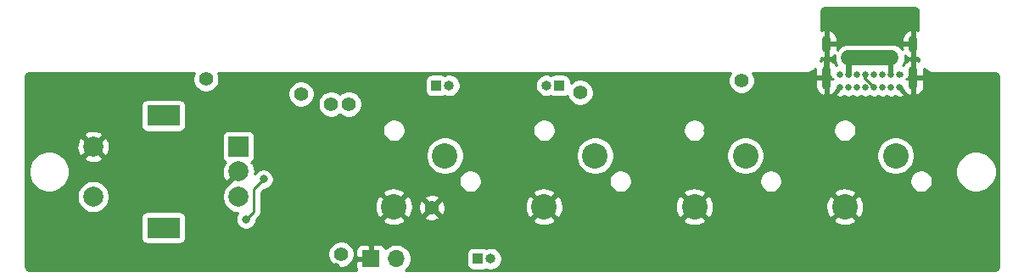
<source format=gbr>
%TF.GenerationSoftware,KiCad,Pcbnew,(5.1.6)-1*%
%TF.CreationDate,2021-06-16T19:52:11-04:00*%
%TF.ProjectId,QAZ_media,51415a5f-6d65-4646-9961-2e6b69636164,rev?*%
%TF.SameCoordinates,Original*%
%TF.FileFunction,Copper,L2,Bot*%
%TF.FilePolarity,Positive*%
%FSLAX46Y46*%
G04 Gerber Fmt 4.6, Leading zero omitted, Abs format (unit mm)*
G04 Created by KiCad (PCBNEW (5.1.6)-1) date 2021-06-16 19:52:11*
%MOMM*%
%LPD*%
G01*
G04 APERTURE LIST*
%TA.AperFunction,ComponentPad*%
%ADD10C,2.540000*%
%TD*%
%TA.AperFunction,ComponentPad*%
%ADD11O,1.700000X1.700000*%
%TD*%
%TA.AperFunction,ComponentPad*%
%ADD12R,1.700000X1.700000*%
%TD*%
%TA.AperFunction,ComponentPad*%
%ADD13C,1.400000*%
%TD*%
%TA.AperFunction,ComponentPad*%
%ADD14C,2.000000*%
%TD*%
%TA.AperFunction,ComponentPad*%
%ADD15R,3.200000X2.000000*%
%TD*%
%TA.AperFunction,ComponentPad*%
%ADD16R,2.000000X2.000000*%
%TD*%
%TA.AperFunction,ComponentPad*%
%ADD17O,1.000000X1.000000*%
%TD*%
%TA.AperFunction,ComponentPad*%
%ADD18R,1.000000X1.000000*%
%TD*%
%TA.AperFunction,ComponentPad*%
%ADD19C,0.650000*%
%TD*%
%TA.AperFunction,ComponentPad*%
%ADD20O,0.900000X2.400000*%
%TD*%
%TA.AperFunction,ComponentPad*%
%ADD21O,0.900000X1.700000*%
%TD*%
%TA.AperFunction,ViaPad*%
%ADD22C,0.800000*%
%TD*%
%TA.AperFunction,ViaPad*%
%ADD23C,0.600000*%
%TD*%
%TA.AperFunction,ViaPad*%
%ADD24C,1.000000*%
%TD*%
%TA.AperFunction,Conductor*%
%ADD25C,0.609600*%
%TD*%
%TA.AperFunction,Conductor*%
%ADD26C,1.524000*%
%TD*%
%TA.AperFunction,Conductor*%
%ADD27C,0.500000*%
%TD*%
%TA.AperFunction,Conductor*%
%ADD28C,0.300000*%
%TD*%
%TA.AperFunction,Conductor*%
%ADD29C,0.250000*%
%TD*%
%TA.AperFunction,Conductor*%
%ADD30C,0.254000*%
%TD*%
G04 APERTURE END LIST*
D10*
%TO.P,SW5,1*%
%TO.N,GND*%
X129500000Y-106000000D03*
%TO.P,SW5,2*%
%TO.N,/PLAY_PAUSE*%
X134580000Y-100920000D03*
%TD*%
D11*
%TO.P,D4,2*%
%TO.N,Net-(D4-Pad2)*%
X114740000Y-111200000D03*
D12*
%TO.P,D4,1*%
%TO.N,GND*%
X112200000Y-111200000D03*
%TD*%
D13*
%TO.P,TP10,1*%
%TO.N,/SWCLK*%
X95750000Y-93250000D03*
%TD*%
%TO.P,TP9,1*%
%TO.N,/SWDIO*%
X105250000Y-94750000D03*
%TD*%
%TO.P,TP8,1*%
%TO.N,/DBG_TX*%
X108250000Y-95750000D03*
%TD*%
%TO.P,TP7,1*%
%TO.N,/CLKOUT*%
X110000000Y-95750000D03*
%TD*%
%TO.P,TP6,1*%
%TO.N,/nRESET*%
X109250000Y-110750000D03*
%TD*%
%TO.P,TP5,1*%
%TO.N,Net-(C9-Pad1)*%
X133100000Y-94600000D03*
%TD*%
%TO.P,TP4,1*%
%TO.N,GND*%
X118300000Y-106100000D03*
%TD*%
%TO.P,TP1,1*%
%TO.N,+5V*%
X149200000Y-93400000D03*
%TD*%
D10*
%TO.P,SW6,1*%
%TO.N,GND*%
X114500000Y-106000000D03*
%TO.P,SW6,2*%
%TO.N,/NEXT*%
X119580000Y-100920000D03*
%TD*%
D14*
%TO.P,SW4,S1*%
%TO.N,/MUTE*%
X84500000Y-105000000D03*
%TO.P,SW4,S2*%
%TO.N,GND*%
X84500000Y-100000000D03*
D15*
%TO.P,SW4,MP*%
%TO.N,N/C*%
X91500000Y-108100000D03*
X91500000Y-96900000D03*
D14*
%TO.P,SW4,B*%
%TO.N,Net-(R11-Pad2)*%
X99000000Y-105000000D03*
%TO.P,SW4,C*%
%TO.N,GND*%
X99000000Y-102500000D03*
D16*
%TO.P,SW4,A*%
%TO.N,Net-(R10-Pad2)*%
X99000000Y-100000000D03*
%TD*%
D10*
%TO.P,SW3,1*%
%TO.N,GND*%
X144500000Y-106000000D03*
%TO.P,SW3,2*%
%TO.N,/PREVIOUS*%
X149580000Y-100920000D03*
%TD*%
%TO.P,SW2,1*%
%TO.N,GND*%
X159500000Y-106000000D03*
%TO.P,SW2,2*%
%TO.N,/STOP*%
X164580000Y-100920000D03*
%TD*%
D17*
%TO.P,JP3,2*%
%TO.N,Net-(JP3-Pad2)*%
X124170000Y-111200000D03*
D18*
%TO.P,JP3,1*%
%TO.N,/HB_LED*%
X122900000Y-111200000D03*
%TD*%
%TO.P,JP2,1*%
%TO.N,+3V3*%
X118750000Y-93900000D03*
D17*
%TO.P,JP2,2*%
%TO.N,Net-(JP2-Pad2)*%
X120020000Y-93900000D03*
%TD*%
D18*
%TO.P,JP1,1*%
%TO.N,+5V*%
X131000000Y-93900000D03*
D17*
%TO.P,JP1,2*%
%TO.N,Net-(JP1-Pad2)*%
X129730000Y-93900000D03*
%TD*%
D19*
%TO.P,CN1,A5*%
%TO.N,Net-(CN1-PadA5)*%
X160725000Y-94100000D03*
%TO.P,CN1,A1*%
%TO.N,GND*%
X159025000Y-94100000D03*
%TO.P,CN1,A4*%
%TO.N,+5V*%
X159875000Y-94100000D03*
%TO.P,CN1,A6*%
%TO.N,/USB_D+*%
X161575000Y-94100000D03*
%TO.P,CN1,A7*%
%TO.N,/USB_D-*%
X162425000Y-94100000D03*
%TO.P,CN1,A8*%
%TO.N,N/C*%
X163275000Y-94100000D03*
%TO.P,CN1,A9*%
%TO.N,+5V*%
X164125000Y-94100000D03*
%TO.P,CN1,A12*%
%TO.N,GND*%
X164975000Y-94100000D03*
%TO.P,CN1,B12*%
X159025000Y-92775000D03*
%TO.P,CN1,B9*%
%TO.N,+5V*%
X159880000Y-92775000D03*
%TO.P,CN1,B8*%
%TO.N,N/C*%
X160730000Y-92775000D03*
%TO.P,CN1,B7*%
%TO.N,/USB_D-*%
X161580000Y-92775000D03*
%TO.P,CN1,B6*%
%TO.N,/USB_D+*%
X162430000Y-92775000D03*
%TO.P,CN1,B5*%
%TO.N,Net-(CN1-PadB5)*%
X163280000Y-92775000D03*
%TO.P,CN1,B4*%
%TO.N,+5V*%
X164130000Y-92775000D03*
%TO.P,CN1,B1*%
%TO.N,GND*%
X164980000Y-92775000D03*
D20*
%TO.P,CN1,S1*%
X157675000Y-93120000D03*
X166325000Y-93120000D03*
D21*
X157675000Y-89740000D03*
X166325000Y-89740000D03*
%TD*%
D22*
%TO.N,GND*%
X87700000Y-95900000D03*
D23*
X105000000Y-104200000D03*
X110000000Y-100800000D03*
X105800000Y-100000000D03*
X107800000Y-105000000D03*
D22*
X124900000Y-96200000D03*
X94625000Y-100750000D03*
X94625000Y-95375000D03*
X99800000Y-93050000D03*
X93525000Y-111625000D03*
X108750000Y-112000000D03*
X93250000Y-105750000D03*
X155500000Y-97750000D03*
X127125000Y-108875000D03*
X132300000Y-109800000D03*
X145800000Y-98400000D03*
X145800000Y-97400000D03*
X137500000Y-97600000D03*
D24*
X140000000Y-98100000D03*
X141200000Y-98100000D03*
X138800000Y-98100000D03*
D22*
%TO.N,/BOOT0*%
X101500000Y-103250000D03*
X99750000Y-107250000D03*
%TD*%
D25*
%TO.N,GND*%
X157625000Y-92780000D02*
X157630000Y-92775000D01*
X157630000Y-92775000D02*
X157630000Y-91130000D01*
%TO.N,+5V*%
X159880000Y-92775000D02*
X159880000Y-91120000D01*
D26*
X164130000Y-91130000D02*
X159890000Y-91130000D01*
D27*
X164130000Y-92586038D02*
X164130000Y-91130000D01*
X164130000Y-92775000D02*
X164130000Y-92586038D01*
D28*
%TO.N,/USB_D-*%
X161580000Y-93234619D02*
X162425000Y-94079619D01*
X161580000Y-92775000D02*
X161580000Y-93234619D01*
D29*
%TO.N,/BOOT0*%
X101500000Y-103250000D02*
X100500000Y-104250000D01*
X100500000Y-104250000D02*
X100500000Y-106500000D01*
X100500000Y-106500000D02*
X99750000Y-107250000D01*
X99750000Y-107250000D02*
X99750000Y-107250000D01*
%TD*%
D30*
%TO.N,GND*%
G36*
X166565424Y-86169580D02*
G01*
X166628356Y-86188580D01*
X166686405Y-86219445D01*
X166737343Y-86260989D01*
X166779248Y-86311644D01*
X166810515Y-86369471D01*
X166829956Y-86432272D01*
X166840001Y-86527845D01*
X166840001Y-88378727D01*
X166822197Y-88367298D01*
X166619001Y-88295592D01*
X166452000Y-88422498D01*
X166452000Y-89613000D01*
X166472000Y-89613000D01*
X166472000Y-89867000D01*
X166452000Y-89867000D01*
X166452000Y-91057502D01*
X166619001Y-91184408D01*
X166822197Y-91112702D01*
X166845901Y-91097485D01*
X166864041Y-91270069D01*
X166876068Y-91328658D01*
X166887277Y-91387423D01*
X166889941Y-91396245D01*
X166907148Y-91451833D01*
X166822197Y-91397298D01*
X166619001Y-91325592D01*
X166452000Y-91452498D01*
X166452000Y-92993000D01*
X167410000Y-92993000D01*
X167410000Y-92246947D01*
X167529469Y-92344384D01*
X167579277Y-92377477D01*
X167628651Y-92411284D01*
X167636757Y-92415667D01*
X167809080Y-92507292D01*
X167864392Y-92530090D01*
X167919366Y-92553652D01*
X167928169Y-92556377D01*
X168115006Y-92612786D01*
X168173686Y-92624405D01*
X168232196Y-92636842D01*
X168241361Y-92637805D01*
X168435594Y-92656850D01*
X168435598Y-92656850D01*
X168467581Y-92660000D01*
X174467721Y-92660000D01*
X174565424Y-92669580D01*
X174628356Y-92688580D01*
X174686405Y-92719445D01*
X174737343Y-92760989D01*
X174779248Y-92811644D01*
X174810515Y-92869471D01*
X174829956Y-92932272D01*
X174840000Y-93027835D01*
X174840001Y-111967711D01*
X174830420Y-112065424D01*
X174811420Y-112128357D01*
X174780554Y-112186406D01*
X174739011Y-112237343D01*
X174688356Y-112279248D01*
X174630529Y-112310515D01*
X174567728Y-112329956D01*
X174472165Y-112340000D01*
X115700107Y-112340000D01*
X115893475Y-112146632D01*
X116055990Y-111903411D01*
X116167932Y-111633158D01*
X116225000Y-111346260D01*
X116225000Y-111053740D01*
X116167932Y-110766842D01*
X116140246Y-110700000D01*
X121761928Y-110700000D01*
X121761928Y-111700000D01*
X121774188Y-111824482D01*
X121810498Y-111944180D01*
X121869463Y-112054494D01*
X121948815Y-112151185D01*
X122045506Y-112230537D01*
X122155820Y-112289502D01*
X122275518Y-112325812D01*
X122400000Y-112338072D01*
X123400000Y-112338072D01*
X123524482Y-112325812D01*
X123644180Y-112289502D01*
X123727226Y-112245112D01*
X123838933Y-112291383D01*
X124058212Y-112335000D01*
X124281788Y-112335000D01*
X124501067Y-112291383D01*
X124707624Y-112205824D01*
X124893520Y-112081612D01*
X125051612Y-111923520D01*
X125175824Y-111737624D01*
X125261383Y-111531067D01*
X125305000Y-111311788D01*
X125305000Y-111088212D01*
X125261383Y-110868933D01*
X125175824Y-110662376D01*
X125051612Y-110476480D01*
X124893520Y-110318388D01*
X124707624Y-110194176D01*
X124501067Y-110108617D01*
X124281788Y-110065000D01*
X124058212Y-110065000D01*
X123838933Y-110108617D01*
X123727226Y-110154888D01*
X123644180Y-110110498D01*
X123524482Y-110074188D01*
X123400000Y-110061928D01*
X122400000Y-110061928D01*
X122275518Y-110074188D01*
X122155820Y-110110498D01*
X122045506Y-110169463D01*
X121948815Y-110248815D01*
X121869463Y-110345506D01*
X121810498Y-110455820D01*
X121774188Y-110575518D01*
X121761928Y-110700000D01*
X116140246Y-110700000D01*
X116055990Y-110496589D01*
X115893475Y-110253368D01*
X115686632Y-110046525D01*
X115443411Y-109884010D01*
X115173158Y-109772068D01*
X114886260Y-109715000D01*
X114593740Y-109715000D01*
X114306842Y-109772068D01*
X114036589Y-109884010D01*
X113793368Y-110046525D01*
X113661513Y-110178380D01*
X113639502Y-110105820D01*
X113580537Y-109995506D01*
X113501185Y-109898815D01*
X113404494Y-109819463D01*
X113294180Y-109760498D01*
X113174482Y-109724188D01*
X113050000Y-109711928D01*
X112485750Y-109715000D01*
X112327000Y-109873750D01*
X112327000Y-111073000D01*
X112347000Y-111073000D01*
X112347000Y-111327000D01*
X112327000Y-111327000D01*
X112327000Y-111347000D01*
X112073000Y-111347000D01*
X112073000Y-111327000D01*
X110873750Y-111327000D01*
X110715000Y-111485750D01*
X110711928Y-112050000D01*
X110724188Y-112174482D01*
X110760498Y-112294180D01*
X110784990Y-112340000D01*
X78132279Y-112340000D01*
X78034576Y-112330420D01*
X77971643Y-112311420D01*
X77913594Y-112280554D01*
X77862657Y-112239011D01*
X77820752Y-112188356D01*
X77789485Y-112130529D01*
X77770044Y-112067728D01*
X77760000Y-111972165D01*
X77760000Y-110618514D01*
X107915000Y-110618514D01*
X107915000Y-110881486D01*
X107966304Y-111139405D01*
X108066939Y-111382359D01*
X108213038Y-111601013D01*
X108398987Y-111786962D01*
X108617641Y-111933061D01*
X108860595Y-112033696D01*
X109118514Y-112085000D01*
X109381486Y-112085000D01*
X109639405Y-112033696D01*
X109882359Y-111933061D01*
X110101013Y-111786962D01*
X110286962Y-111601013D01*
X110433061Y-111382359D01*
X110533696Y-111139405D01*
X110585000Y-110881486D01*
X110585000Y-110618514D01*
X110533696Y-110360595D01*
X110529308Y-110350000D01*
X110711928Y-110350000D01*
X110715000Y-110914250D01*
X110873750Y-111073000D01*
X112073000Y-111073000D01*
X112073000Y-109873750D01*
X111914250Y-109715000D01*
X111350000Y-109711928D01*
X111225518Y-109724188D01*
X111105820Y-109760498D01*
X110995506Y-109819463D01*
X110898815Y-109898815D01*
X110819463Y-109995506D01*
X110760498Y-110105820D01*
X110724188Y-110225518D01*
X110711928Y-110350000D01*
X110529308Y-110350000D01*
X110433061Y-110117641D01*
X110286962Y-109898987D01*
X110101013Y-109713038D01*
X109882359Y-109566939D01*
X109639405Y-109466304D01*
X109381486Y-109415000D01*
X109118514Y-109415000D01*
X108860595Y-109466304D01*
X108617641Y-109566939D01*
X108398987Y-109713038D01*
X108213038Y-109898987D01*
X108066939Y-110117641D01*
X107966304Y-110360595D01*
X107915000Y-110618514D01*
X77760000Y-110618514D01*
X77760000Y-107100000D01*
X89261928Y-107100000D01*
X89261928Y-109100000D01*
X89274188Y-109224482D01*
X89310498Y-109344180D01*
X89369463Y-109454494D01*
X89448815Y-109551185D01*
X89545506Y-109630537D01*
X89655820Y-109689502D01*
X89775518Y-109725812D01*
X89900000Y-109738072D01*
X93100000Y-109738072D01*
X93224482Y-109725812D01*
X93344180Y-109689502D01*
X93454494Y-109630537D01*
X93551185Y-109551185D01*
X93630537Y-109454494D01*
X93689502Y-109344180D01*
X93725812Y-109224482D01*
X93738072Y-109100000D01*
X93738072Y-107100000D01*
X93725812Y-106975518D01*
X93689502Y-106855820D01*
X93630537Y-106745506D01*
X93551185Y-106648815D01*
X93454494Y-106569463D01*
X93344180Y-106510498D01*
X93224482Y-106474188D01*
X93100000Y-106461928D01*
X89900000Y-106461928D01*
X89775518Y-106474188D01*
X89655820Y-106510498D01*
X89545506Y-106569463D01*
X89448815Y-106648815D01*
X89369463Y-106745506D01*
X89310498Y-106855820D01*
X89274188Y-106975518D01*
X89261928Y-107100000D01*
X77760000Y-107100000D01*
X77760000Y-104838967D01*
X82865000Y-104838967D01*
X82865000Y-105161033D01*
X82927832Y-105476912D01*
X83051082Y-105774463D01*
X83230013Y-106042252D01*
X83457748Y-106269987D01*
X83725537Y-106448918D01*
X84023088Y-106572168D01*
X84338967Y-106635000D01*
X84661033Y-106635000D01*
X84976912Y-106572168D01*
X85274463Y-106448918D01*
X85542252Y-106269987D01*
X85769987Y-106042252D01*
X85948918Y-105774463D01*
X86072168Y-105476912D01*
X86135000Y-105161033D01*
X86135000Y-104838967D01*
X86072168Y-104523088D01*
X85948918Y-104225537D01*
X85769987Y-103957748D01*
X85542252Y-103730013D01*
X85274463Y-103551082D01*
X84976912Y-103427832D01*
X84661033Y-103365000D01*
X84338967Y-103365000D01*
X84023088Y-103427832D01*
X83725537Y-103551082D01*
X83457748Y-103730013D01*
X83230013Y-103957748D01*
X83051082Y-104225537D01*
X82927832Y-104523088D01*
X82865000Y-104838967D01*
X77760000Y-104838967D01*
X77760000Y-102297364D01*
X78042600Y-102297364D01*
X78042600Y-102702636D01*
X78121665Y-103100121D01*
X78276756Y-103474544D01*
X78501913Y-103811516D01*
X78788484Y-104098087D01*
X79125456Y-104323244D01*
X79499879Y-104478335D01*
X79897364Y-104557400D01*
X80302636Y-104557400D01*
X80700121Y-104478335D01*
X81074544Y-104323244D01*
X81411516Y-104098087D01*
X81698087Y-103811516D01*
X81923244Y-103474544D01*
X82078335Y-103100121D01*
X82157400Y-102702636D01*
X82157400Y-102562595D01*
X97358282Y-102562595D01*
X97402039Y-102881675D01*
X97507205Y-103186088D01*
X97600186Y-103360044D01*
X97864587Y-103455808D01*
X98820395Y-102500000D01*
X98806253Y-102485858D01*
X98985858Y-102306253D01*
X99000000Y-102320395D01*
X99014143Y-102306253D01*
X99193748Y-102485858D01*
X99179605Y-102500000D01*
X99193748Y-102514143D01*
X99014143Y-102693748D01*
X99000000Y-102679605D01*
X98044192Y-103635413D01*
X98054935Y-103665075D01*
X97957748Y-103730013D01*
X97730013Y-103957748D01*
X97551082Y-104225537D01*
X97427832Y-104523088D01*
X97365000Y-104838967D01*
X97365000Y-105161033D01*
X97427832Y-105476912D01*
X97551082Y-105774463D01*
X97730013Y-106042252D01*
X97957748Y-106269987D01*
X98225537Y-106448918D01*
X98523088Y-106572168D01*
X98838967Y-106635000D01*
X98916146Y-106635000D01*
X98832795Y-106759744D01*
X98754774Y-106948102D01*
X98715000Y-107148061D01*
X98715000Y-107351939D01*
X98754774Y-107551898D01*
X98832795Y-107740256D01*
X98946063Y-107909774D01*
X99090226Y-108053937D01*
X99259744Y-108167205D01*
X99448102Y-108245226D01*
X99648061Y-108285000D01*
X99851939Y-108285000D01*
X100051898Y-108245226D01*
X100240256Y-108167205D01*
X100409774Y-108053937D01*
X100553937Y-107909774D01*
X100667205Y-107740256D01*
X100745226Y-107551898D01*
X100785000Y-107351939D01*
X100785000Y-107327852D01*
X113351753Y-107327852D01*
X113480076Y-107619871D01*
X113815695Y-107787723D01*
X114177611Y-107886874D01*
X114551916Y-107913514D01*
X114924227Y-107866618D01*
X115280235Y-107747988D01*
X115519924Y-107619871D01*
X115648247Y-107327852D01*
X114500000Y-106179605D01*
X113351753Y-107327852D01*
X100785000Y-107327852D01*
X100785000Y-107289802D01*
X101011002Y-107063799D01*
X101040001Y-107040001D01*
X101134974Y-106924276D01*
X101205546Y-106792247D01*
X101249003Y-106648986D01*
X101260000Y-106537333D01*
X101260000Y-106537324D01*
X101263676Y-106500001D01*
X101260000Y-106462678D01*
X101260000Y-106051916D01*
X112586486Y-106051916D01*
X112633382Y-106424227D01*
X112752012Y-106780235D01*
X112880129Y-107019924D01*
X113172148Y-107148247D01*
X114320395Y-106000000D01*
X114679605Y-106000000D01*
X115827852Y-107148247D01*
X116116810Y-107021269D01*
X117558336Y-107021269D01*
X117617797Y-107255037D01*
X117856242Y-107365934D01*
X118111740Y-107428183D01*
X118374473Y-107439390D01*
X118634344Y-107399125D01*
X118829554Y-107327852D01*
X128351753Y-107327852D01*
X128480076Y-107619871D01*
X128815695Y-107787723D01*
X129177611Y-107886874D01*
X129551916Y-107913514D01*
X129924227Y-107866618D01*
X130280235Y-107747988D01*
X130519924Y-107619871D01*
X130648247Y-107327852D01*
X143351753Y-107327852D01*
X143480076Y-107619871D01*
X143815695Y-107787723D01*
X144177611Y-107886874D01*
X144551916Y-107913514D01*
X144924227Y-107866618D01*
X145280235Y-107747988D01*
X145519924Y-107619871D01*
X145648247Y-107327852D01*
X158351753Y-107327852D01*
X158480076Y-107619871D01*
X158815695Y-107787723D01*
X159177611Y-107886874D01*
X159551916Y-107913514D01*
X159924227Y-107866618D01*
X160280235Y-107747988D01*
X160519924Y-107619871D01*
X160648247Y-107327852D01*
X159500000Y-106179605D01*
X158351753Y-107327852D01*
X145648247Y-107327852D01*
X144500000Y-106179605D01*
X143351753Y-107327852D01*
X130648247Y-107327852D01*
X129500000Y-106179605D01*
X128351753Y-107327852D01*
X118829554Y-107327852D01*
X118881366Y-107308935D01*
X118982203Y-107255037D01*
X119041664Y-107021269D01*
X118300000Y-106279605D01*
X117558336Y-107021269D01*
X116116810Y-107021269D01*
X116119871Y-107019924D01*
X116287723Y-106684305D01*
X116386874Y-106322389D01*
X116397401Y-106174473D01*
X116960610Y-106174473D01*
X117000875Y-106434344D01*
X117091065Y-106681366D01*
X117144963Y-106782203D01*
X117378731Y-106841664D01*
X118120395Y-106100000D01*
X118479605Y-106100000D01*
X119221269Y-106841664D01*
X119455037Y-106782203D01*
X119565934Y-106543758D01*
X119628183Y-106288260D01*
X119638264Y-106051916D01*
X127586486Y-106051916D01*
X127633382Y-106424227D01*
X127752012Y-106780235D01*
X127880129Y-107019924D01*
X128172148Y-107148247D01*
X129320395Y-106000000D01*
X129679605Y-106000000D01*
X130827852Y-107148247D01*
X131119871Y-107019924D01*
X131287723Y-106684305D01*
X131386874Y-106322389D01*
X131406124Y-106051916D01*
X142586486Y-106051916D01*
X142633382Y-106424227D01*
X142752012Y-106780235D01*
X142880129Y-107019924D01*
X143172148Y-107148247D01*
X144320395Y-106000000D01*
X144679605Y-106000000D01*
X145827852Y-107148247D01*
X146119871Y-107019924D01*
X146287723Y-106684305D01*
X146386874Y-106322389D01*
X146406124Y-106051916D01*
X157586486Y-106051916D01*
X157633382Y-106424227D01*
X157752012Y-106780235D01*
X157880129Y-107019924D01*
X158172148Y-107148247D01*
X159320395Y-106000000D01*
X159679605Y-106000000D01*
X160827852Y-107148247D01*
X161119871Y-107019924D01*
X161287723Y-106684305D01*
X161386874Y-106322389D01*
X161413514Y-105948084D01*
X161366618Y-105575773D01*
X161247988Y-105219765D01*
X161119871Y-104980076D01*
X160827852Y-104851753D01*
X159679605Y-106000000D01*
X159320395Y-106000000D01*
X158172148Y-104851753D01*
X157880129Y-104980076D01*
X157712277Y-105315695D01*
X157613126Y-105677611D01*
X157586486Y-106051916D01*
X146406124Y-106051916D01*
X146413514Y-105948084D01*
X146366618Y-105575773D01*
X146247988Y-105219765D01*
X146119871Y-104980076D01*
X145827852Y-104851753D01*
X144679605Y-106000000D01*
X144320395Y-106000000D01*
X143172148Y-104851753D01*
X142880129Y-104980076D01*
X142712277Y-105315695D01*
X142613126Y-105677611D01*
X142586486Y-106051916D01*
X131406124Y-106051916D01*
X131413514Y-105948084D01*
X131366618Y-105575773D01*
X131247988Y-105219765D01*
X131119871Y-104980076D01*
X130827852Y-104851753D01*
X129679605Y-106000000D01*
X129320395Y-106000000D01*
X128172148Y-104851753D01*
X127880129Y-104980076D01*
X127712277Y-105315695D01*
X127613126Y-105677611D01*
X127586486Y-106051916D01*
X119638264Y-106051916D01*
X119639390Y-106025527D01*
X119599125Y-105765656D01*
X119508935Y-105518634D01*
X119455037Y-105417797D01*
X119221269Y-105358336D01*
X118479605Y-106100000D01*
X118120395Y-106100000D01*
X117378731Y-105358336D01*
X117144963Y-105417797D01*
X117034066Y-105656242D01*
X116971817Y-105911740D01*
X116960610Y-106174473D01*
X116397401Y-106174473D01*
X116413514Y-105948084D01*
X116366618Y-105575773D01*
X116247988Y-105219765D01*
X116226055Y-105178731D01*
X117558336Y-105178731D01*
X118300000Y-105920395D01*
X119041664Y-105178731D01*
X118982203Y-104944963D01*
X118743758Y-104834066D01*
X118488260Y-104771817D01*
X118225527Y-104760610D01*
X117965656Y-104800875D01*
X117718634Y-104891065D01*
X117617797Y-104944963D01*
X117558336Y-105178731D01*
X116226055Y-105178731D01*
X116119871Y-104980076D01*
X115827852Y-104851753D01*
X114679605Y-106000000D01*
X114320395Y-106000000D01*
X113172148Y-104851753D01*
X112880129Y-104980076D01*
X112712277Y-105315695D01*
X112613126Y-105677611D01*
X112586486Y-106051916D01*
X101260000Y-106051916D01*
X101260000Y-104672148D01*
X113351753Y-104672148D01*
X114500000Y-105820395D01*
X115648247Y-104672148D01*
X128351753Y-104672148D01*
X129500000Y-105820395D01*
X130648247Y-104672148D01*
X143351753Y-104672148D01*
X144500000Y-105820395D01*
X145648247Y-104672148D01*
X158351753Y-104672148D01*
X159500000Y-105820395D01*
X160648247Y-104672148D01*
X160519924Y-104380129D01*
X160184305Y-104212277D01*
X159822389Y-104113126D01*
X159448084Y-104086486D01*
X159075773Y-104133382D01*
X158719765Y-104252012D01*
X158480076Y-104380129D01*
X158351753Y-104672148D01*
X145648247Y-104672148D01*
X145519924Y-104380129D01*
X145184305Y-104212277D01*
X144822389Y-104113126D01*
X144448084Y-104086486D01*
X144075773Y-104133382D01*
X143719765Y-104252012D01*
X143480076Y-104380129D01*
X143351753Y-104672148D01*
X130648247Y-104672148D01*
X130519924Y-104380129D01*
X130184305Y-104212277D01*
X129822389Y-104113126D01*
X129448084Y-104086486D01*
X129075773Y-104133382D01*
X128719765Y-104252012D01*
X128480076Y-104380129D01*
X128351753Y-104672148D01*
X115648247Y-104672148D01*
X115519924Y-104380129D01*
X115184305Y-104212277D01*
X114822389Y-104113126D01*
X114448084Y-104086486D01*
X114075773Y-104133382D01*
X113719765Y-104252012D01*
X113480076Y-104380129D01*
X113351753Y-104672148D01*
X101260000Y-104672148D01*
X101260000Y-104564801D01*
X101539802Y-104285000D01*
X101601939Y-104285000D01*
X101801898Y-104245226D01*
X101990256Y-104167205D01*
X102159774Y-104053937D01*
X102303937Y-103909774D01*
X102417205Y-103740256D01*
X102495226Y-103551898D01*
X102535000Y-103351939D01*
X102535000Y-103347424D01*
X120977000Y-103347424D01*
X120977000Y-103572576D01*
X121020925Y-103793401D01*
X121107087Y-104001413D01*
X121232174Y-104188620D01*
X121391380Y-104347826D01*
X121578587Y-104472913D01*
X121786599Y-104559075D01*
X122007424Y-104603000D01*
X122232576Y-104603000D01*
X122453401Y-104559075D01*
X122661413Y-104472913D01*
X122848620Y-104347826D01*
X123007826Y-104188620D01*
X123132913Y-104001413D01*
X123219075Y-103793401D01*
X123263000Y-103572576D01*
X123263000Y-103347424D01*
X135977000Y-103347424D01*
X135977000Y-103572576D01*
X136020925Y-103793401D01*
X136107087Y-104001413D01*
X136232174Y-104188620D01*
X136391380Y-104347826D01*
X136578587Y-104472913D01*
X136786599Y-104559075D01*
X137007424Y-104603000D01*
X137232576Y-104603000D01*
X137453401Y-104559075D01*
X137661413Y-104472913D01*
X137848620Y-104347826D01*
X138007826Y-104188620D01*
X138132913Y-104001413D01*
X138219075Y-103793401D01*
X138263000Y-103572576D01*
X138263000Y-103347424D01*
X150977000Y-103347424D01*
X150977000Y-103572576D01*
X151020925Y-103793401D01*
X151107087Y-104001413D01*
X151232174Y-104188620D01*
X151391380Y-104347826D01*
X151578587Y-104472913D01*
X151786599Y-104559075D01*
X152007424Y-104603000D01*
X152232576Y-104603000D01*
X152453401Y-104559075D01*
X152661413Y-104472913D01*
X152848620Y-104347826D01*
X153007826Y-104188620D01*
X153132913Y-104001413D01*
X153219075Y-103793401D01*
X153263000Y-103572576D01*
X153263000Y-103347424D01*
X165977000Y-103347424D01*
X165977000Y-103572576D01*
X166020925Y-103793401D01*
X166107087Y-104001413D01*
X166232174Y-104188620D01*
X166391380Y-104347826D01*
X166578587Y-104472913D01*
X166786599Y-104559075D01*
X167007424Y-104603000D01*
X167232576Y-104603000D01*
X167453401Y-104559075D01*
X167661413Y-104472913D01*
X167848620Y-104347826D01*
X168007826Y-104188620D01*
X168132913Y-104001413D01*
X168219075Y-103793401D01*
X168263000Y-103572576D01*
X168263000Y-103347424D01*
X168219075Y-103126599D01*
X168132913Y-102918587D01*
X168007826Y-102731380D01*
X167848620Y-102572174D01*
X167661413Y-102447087D01*
X167453401Y-102360925D01*
X167232576Y-102317000D01*
X167007424Y-102317000D01*
X166786599Y-102360925D01*
X166578587Y-102447087D01*
X166391380Y-102572174D01*
X166232174Y-102731380D01*
X166107087Y-102918587D01*
X166020925Y-103126599D01*
X165977000Y-103347424D01*
X153263000Y-103347424D01*
X153219075Y-103126599D01*
X153132913Y-102918587D01*
X153007826Y-102731380D01*
X152848620Y-102572174D01*
X152661413Y-102447087D01*
X152453401Y-102360925D01*
X152232576Y-102317000D01*
X152007424Y-102317000D01*
X151786599Y-102360925D01*
X151578587Y-102447087D01*
X151391380Y-102572174D01*
X151232174Y-102731380D01*
X151107087Y-102918587D01*
X151020925Y-103126599D01*
X150977000Y-103347424D01*
X138263000Y-103347424D01*
X138219075Y-103126599D01*
X138132913Y-102918587D01*
X138007826Y-102731380D01*
X137848620Y-102572174D01*
X137661413Y-102447087D01*
X137453401Y-102360925D01*
X137232576Y-102317000D01*
X137007424Y-102317000D01*
X136786599Y-102360925D01*
X136578587Y-102447087D01*
X136391380Y-102572174D01*
X136232174Y-102731380D01*
X136107087Y-102918587D01*
X136020925Y-103126599D01*
X135977000Y-103347424D01*
X123263000Y-103347424D01*
X123219075Y-103126599D01*
X123132913Y-102918587D01*
X123007826Y-102731380D01*
X122848620Y-102572174D01*
X122661413Y-102447087D01*
X122453401Y-102360925D01*
X122232576Y-102317000D01*
X122007424Y-102317000D01*
X121786599Y-102360925D01*
X121578587Y-102447087D01*
X121391380Y-102572174D01*
X121232174Y-102731380D01*
X121107087Y-102918587D01*
X121020925Y-103126599D01*
X120977000Y-103347424D01*
X102535000Y-103347424D01*
X102535000Y-103148061D01*
X102495226Y-102948102D01*
X102417205Y-102759744D01*
X102303937Y-102590226D01*
X102159774Y-102446063D01*
X101990256Y-102332795D01*
X101801898Y-102254774D01*
X101601939Y-102215000D01*
X101398061Y-102215000D01*
X101198102Y-102254774D01*
X101009744Y-102332795D01*
X100840226Y-102446063D01*
X100696063Y-102590226D01*
X100626243Y-102694719D01*
X100641718Y-102437405D01*
X100597961Y-102118325D01*
X100492795Y-101813912D01*
X100399814Y-101639956D01*
X100250777Y-101585976D01*
X100354494Y-101530537D01*
X100451185Y-101451185D01*
X100530537Y-101354494D01*
X100589502Y-101244180D01*
X100625812Y-101124482D01*
X100638072Y-101000000D01*
X100638072Y-100732374D01*
X117675000Y-100732374D01*
X117675000Y-101107626D01*
X117748209Y-101475668D01*
X117891811Y-101822356D01*
X118100290Y-102134366D01*
X118365634Y-102399710D01*
X118677644Y-102608189D01*
X119024332Y-102751791D01*
X119392374Y-102825000D01*
X119767626Y-102825000D01*
X120135668Y-102751791D01*
X120482356Y-102608189D01*
X120794366Y-102399710D01*
X121059710Y-102134366D01*
X121268189Y-101822356D01*
X121411791Y-101475668D01*
X121485000Y-101107626D01*
X121485000Y-100732374D01*
X132675000Y-100732374D01*
X132675000Y-101107626D01*
X132748209Y-101475668D01*
X132891811Y-101822356D01*
X133100290Y-102134366D01*
X133365634Y-102399710D01*
X133677644Y-102608189D01*
X134024332Y-102751791D01*
X134392374Y-102825000D01*
X134767626Y-102825000D01*
X135135668Y-102751791D01*
X135482356Y-102608189D01*
X135794366Y-102399710D01*
X136059710Y-102134366D01*
X136268189Y-101822356D01*
X136411791Y-101475668D01*
X136485000Y-101107626D01*
X136485000Y-100732374D01*
X147675000Y-100732374D01*
X147675000Y-101107626D01*
X147748209Y-101475668D01*
X147891811Y-101822356D01*
X148100290Y-102134366D01*
X148365634Y-102399710D01*
X148677644Y-102608189D01*
X149024332Y-102751791D01*
X149392374Y-102825000D01*
X149767626Y-102825000D01*
X150135668Y-102751791D01*
X150482356Y-102608189D01*
X150794366Y-102399710D01*
X151059710Y-102134366D01*
X151268189Y-101822356D01*
X151411791Y-101475668D01*
X151485000Y-101107626D01*
X151485000Y-100732374D01*
X162675000Y-100732374D01*
X162675000Y-101107626D01*
X162748209Y-101475668D01*
X162891811Y-101822356D01*
X163100290Y-102134366D01*
X163365634Y-102399710D01*
X163677644Y-102608189D01*
X164024332Y-102751791D01*
X164392374Y-102825000D01*
X164767626Y-102825000D01*
X165135668Y-102751791D01*
X165482356Y-102608189D01*
X165794366Y-102399710D01*
X165896712Y-102297364D01*
X170542600Y-102297364D01*
X170542600Y-102702636D01*
X170621665Y-103100121D01*
X170776756Y-103474544D01*
X171001913Y-103811516D01*
X171288484Y-104098087D01*
X171625456Y-104323244D01*
X171999879Y-104478335D01*
X172397364Y-104557400D01*
X172802636Y-104557400D01*
X173200121Y-104478335D01*
X173574544Y-104323244D01*
X173911516Y-104098087D01*
X174198087Y-103811516D01*
X174423244Y-103474544D01*
X174578335Y-103100121D01*
X174657400Y-102702636D01*
X174657400Y-102297364D01*
X174578335Y-101899879D01*
X174423244Y-101525456D01*
X174198087Y-101188484D01*
X173911516Y-100901913D01*
X173574544Y-100676756D01*
X173200121Y-100521665D01*
X172802636Y-100442600D01*
X172397364Y-100442600D01*
X171999879Y-100521665D01*
X171625456Y-100676756D01*
X171288484Y-100901913D01*
X171001913Y-101188484D01*
X170776756Y-101525456D01*
X170621665Y-101899879D01*
X170542600Y-102297364D01*
X165896712Y-102297364D01*
X166059710Y-102134366D01*
X166268189Y-101822356D01*
X166411791Y-101475668D01*
X166485000Y-101107626D01*
X166485000Y-100732374D01*
X166411791Y-100364332D01*
X166268189Y-100017644D01*
X166059710Y-99705634D01*
X165794366Y-99440290D01*
X165482356Y-99231811D01*
X165135668Y-99088209D01*
X164767626Y-99015000D01*
X164392374Y-99015000D01*
X164024332Y-99088209D01*
X163677644Y-99231811D01*
X163365634Y-99440290D01*
X163100290Y-99705634D01*
X162891811Y-100017644D01*
X162748209Y-100364332D01*
X162675000Y-100732374D01*
X151485000Y-100732374D01*
X151411791Y-100364332D01*
X151268189Y-100017644D01*
X151059710Y-99705634D01*
X150794366Y-99440290D01*
X150482356Y-99231811D01*
X150135668Y-99088209D01*
X149767626Y-99015000D01*
X149392374Y-99015000D01*
X149024332Y-99088209D01*
X148677644Y-99231811D01*
X148365634Y-99440290D01*
X148100290Y-99705634D01*
X147891811Y-100017644D01*
X147748209Y-100364332D01*
X147675000Y-100732374D01*
X136485000Y-100732374D01*
X136411791Y-100364332D01*
X136268189Y-100017644D01*
X136059710Y-99705634D01*
X135794366Y-99440290D01*
X135482356Y-99231811D01*
X135135668Y-99088209D01*
X134767626Y-99015000D01*
X134392374Y-99015000D01*
X134024332Y-99088209D01*
X133677644Y-99231811D01*
X133365634Y-99440290D01*
X133100290Y-99705634D01*
X132891811Y-100017644D01*
X132748209Y-100364332D01*
X132675000Y-100732374D01*
X121485000Y-100732374D01*
X121411791Y-100364332D01*
X121268189Y-100017644D01*
X121059710Y-99705634D01*
X120794366Y-99440290D01*
X120482356Y-99231811D01*
X120135668Y-99088209D01*
X119767626Y-99015000D01*
X119392374Y-99015000D01*
X119024332Y-99088209D01*
X118677644Y-99231811D01*
X118365634Y-99440290D01*
X118100290Y-99705634D01*
X117891811Y-100017644D01*
X117748209Y-100364332D01*
X117675000Y-100732374D01*
X100638072Y-100732374D01*
X100638072Y-99000000D01*
X100625812Y-98875518D01*
X100589502Y-98755820D01*
X100530537Y-98645506D01*
X100451185Y-98548815D01*
X100354494Y-98469463D01*
X100244180Y-98410498D01*
X100124482Y-98374188D01*
X100000000Y-98361928D01*
X98000000Y-98361928D01*
X97875518Y-98374188D01*
X97755820Y-98410498D01*
X97645506Y-98469463D01*
X97548815Y-98548815D01*
X97469463Y-98645506D01*
X97410498Y-98755820D01*
X97374188Y-98875518D01*
X97361928Y-99000000D01*
X97361928Y-101000000D01*
X97374188Y-101124482D01*
X97410498Y-101244180D01*
X97469463Y-101354494D01*
X97548815Y-101451185D01*
X97645506Y-101530537D01*
X97749223Y-101585976D01*
X97600186Y-101639956D01*
X97459296Y-101929571D01*
X97377616Y-102241108D01*
X97358282Y-102562595D01*
X82157400Y-102562595D01*
X82157400Y-102297364D01*
X82078335Y-101899879D01*
X81923244Y-101525456D01*
X81698087Y-101188484D01*
X81645016Y-101135413D01*
X83544192Y-101135413D01*
X83639956Y-101399814D01*
X83929571Y-101540704D01*
X84241108Y-101622384D01*
X84562595Y-101641718D01*
X84881675Y-101597961D01*
X85186088Y-101492795D01*
X85360044Y-101399814D01*
X85455808Y-101135413D01*
X84500000Y-100179605D01*
X83544192Y-101135413D01*
X81645016Y-101135413D01*
X81411516Y-100901913D01*
X81074544Y-100676756D01*
X80700121Y-100521665D01*
X80302636Y-100442600D01*
X79897364Y-100442600D01*
X79499879Y-100521665D01*
X79125456Y-100676756D01*
X78788484Y-100901913D01*
X78501913Y-101188484D01*
X78276756Y-101525456D01*
X78121665Y-101899879D01*
X78042600Y-102297364D01*
X77760000Y-102297364D01*
X77760000Y-100062595D01*
X82858282Y-100062595D01*
X82902039Y-100381675D01*
X83007205Y-100686088D01*
X83100186Y-100860044D01*
X83364587Y-100955808D01*
X84320395Y-100000000D01*
X84679605Y-100000000D01*
X85635413Y-100955808D01*
X85899814Y-100860044D01*
X86040704Y-100570429D01*
X86122384Y-100258892D01*
X86141718Y-99937405D01*
X86097961Y-99618325D01*
X85992795Y-99313912D01*
X85899814Y-99139956D01*
X85635413Y-99044192D01*
X84679605Y-100000000D01*
X84320395Y-100000000D01*
X83364587Y-99044192D01*
X83100186Y-99139956D01*
X82959296Y-99429571D01*
X82877616Y-99741108D01*
X82858282Y-100062595D01*
X77760000Y-100062595D01*
X77760000Y-98864587D01*
X83544192Y-98864587D01*
X84500000Y-99820395D01*
X85455808Y-98864587D01*
X85360044Y-98600186D01*
X85070429Y-98459296D01*
X84758892Y-98377616D01*
X84437405Y-98358282D01*
X84118325Y-98402039D01*
X83813912Y-98507205D01*
X83639956Y-98600186D01*
X83544192Y-98864587D01*
X77760000Y-98864587D01*
X77760000Y-95900000D01*
X89261928Y-95900000D01*
X89261928Y-97900000D01*
X89274188Y-98024482D01*
X89310498Y-98144180D01*
X89369463Y-98254494D01*
X89448815Y-98351185D01*
X89545506Y-98430537D01*
X89655820Y-98489502D01*
X89775518Y-98525812D01*
X89900000Y-98538072D01*
X93100000Y-98538072D01*
X93224482Y-98525812D01*
X93344180Y-98489502D01*
X93454494Y-98430537D01*
X93551185Y-98351185D01*
X93619925Y-98267424D01*
X113357000Y-98267424D01*
X113357000Y-98492576D01*
X113400925Y-98713401D01*
X113487087Y-98921413D01*
X113612174Y-99108620D01*
X113771380Y-99267826D01*
X113958587Y-99392913D01*
X114166599Y-99479075D01*
X114387424Y-99523000D01*
X114612576Y-99523000D01*
X114833401Y-99479075D01*
X115041413Y-99392913D01*
X115228620Y-99267826D01*
X115387826Y-99108620D01*
X115512913Y-98921413D01*
X115599075Y-98713401D01*
X115643000Y-98492576D01*
X115643000Y-98267424D01*
X128357000Y-98267424D01*
X128357000Y-98492576D01*
X128400925Y-98713401D01*
X128487087Y-98921413D01*
X128612174Y-99108620D01*
X128771380Y-99267826D01*
X128958587Y-99392913D01*
X129166599Y-99479075D01*
X129387424Y-99523000D01*
X129612576Y-99523000D01*
X129833401Y-99479075D01*
X130041413Y-99392913D01*
X130228620Y-99267826D01*
X130387826Y-99108620D01*
X130512913Y-98921413D01*
X130599075Y-98713401D01*
X130643000Y-98492576D01*
X130643000Y-98267424D01*
X143357000Y-98267424D01*
X143357000Y-98492576D01*
X143400925Y-98713401D01*
X143487087Y-98921413D01*
X143612174Y-99108620D01*
X143771380Y-99267826D01*
X143958587Y-99392913D01*
X144166599Y-99479075D01*
X144387424Y-99523000D01*
X144612576Y-99523000D01*
X144833401Y-99479075D01*
X145041413Y-99392913D01*
X145228620Y-99267826D01*
X145387826Y-99108620D01*
X145512913Y-98921413D01*
X145599075Y-98713401D01*
X145643000Y-98492576D01*
X145643000Y-98267424D01*
X158357000Y-98267424D01*
X158357000Y-98492576D01*
X158400925Y-98713401D01*
X158487087Y-98921413D01*
X158612174Y-99108620D01*
X158771380Y-99267826D01*
X158958587Y-99392913D01*
X159166599Y-99479075D01*
X159387424Y-99523000D01*
X159612576Y-99523000D01*
X159833401Y-99479075D01*
X160041413Y-99392913D01*
X160228620Y-99267826D01*
X160387826Y-99108620D01*
X160512913Y-98921413D01*
X160599075Y-98713401D01*
X160643000Y-98492576D01*
X160643000Y-98267424D01*
X160599075Y-98046599D01*
X160512913Y-97838587D01*
X160387826Y-97651380D01*
X160228620Y-97492174D01*
X160041413Y-97367087D01*
X159833401Y-97280925D01*
X159612576Y-97237000D01*
X159387424Y-97237000D01*
X159166599Y-97280925D01*
X158958587Y-97367087D01*
X158771380Y-97492174D01*
X158612174Y-97651380D01*
X158487087Y-97838587D01*
X158400925Y-98046599D01*
X158357000Y-98267424D01*
X145643000Y-98267424D01*
X145599075Y-98046599D01*
X145512913Y-97838587D01*
X145387826Y-97651380D01*
X145228620Y-97492174D01*
X145041413Y-97367087D01*
X144833401Y-97280925D01*
X144612576Y-97237000D01*
X144387424Y-97237000D01*
X144166599Y-97280925D01*
X143958587Y-97367087D01*
X143771380Y-97492174D01*
X143612174Y-97651380D01*
X143487087Y-97838587D01*
X143400925Y-98046599D01*
X143357000Y-98267424D01*
X130643000Y-98267424D01*
X130599075Y-98046599D01*
X130512913Y-97838587D01*
X130387826Y-97651380D01*
X130228620Y-97492174D01*
X130041413Y-97367087D01*
X129833401Y-97280925D01*
X129612576Y-97237000D01*
X129387424Y-97237000D01*
X129166599Y-97280925D01*
X128958587Y-97367087D01*
X128771380Y-97492174D01*
X128612174Y-97651380D01*
X128487087Y-97838587D01*
X128400925Y-98046599D01*
X128357000Y-98267424D01*
X115643000Y-98267424D01*
X115599075Y-98046599D01*
X115512913Y-97838587D01*
X115387826Y-97651380D01*
X115228620Y-97492174D01*
X115041413Y-97367087D01*
X114833401Y-97280925D01*
X114612576Y-97237000D01*
X114387424Y-97237000D01*
X114166599Y-97280925D01*
X113958587Y-97367087D01*
X113771380Y-97492174D01*
X113612174Y-97651380D01*
X113487087Y-97838587D01*
X113400925Y-98046599D01*
X113357000Y-98267424D01*
X93619925Y-98267424D01*
X93630537Y-98254494D01*
X93689502Y-98144180D01*
X93725812Y-98024482D01*
X93738072Y-97900000D01*
X93738072Y-95900000D01*
X93725812Y-95775518D01*
X93689502Y-95655820D01*
X93630537Y-95545506D01*
X93551185Y-95448815D01*
X93454494Y-95369463D01*
X93344180Y-95310498D01*
X93224482Y-95274188D01*
X93100000Y-95261928D01*
X89900000Y-95261928D01*
X89775518Y-95274188D01*
X89655820Y-95310498D01*
X89545506Y-95369463D01*
X89448815Y-95448815D01*
X89369463Y-95545506D01*
X89310498Y-95655820D01*
X89274188Y-95775518D01*
X89261928Y-95900000D01*
X77760000Y-95900000D01*
X77760000Y-94618514D01*
X103915000Y-94618514D01*
X103915000Y-94881486D01*
X103966304Y-95139405D01*
X104066939Y-95382359D01*
X104213038Y-95601013D01*
X104398987Y-95786962D01*
X104617641Y-95933061D01*
X104860595Y-96033696D01*
X105118514Y-96085000D01*
X105381486Y-96085000D01*
X105639405Y-96033696D01*
X105882359Y-95933061D01*
X106101013Y-95786962D01*
X106269461Y-95618514D01*
X106915000Y-95618514D01*
X106915000Y-95881486D01*
X106966304Y-96139405D01*
X107066939Y-96382359D01*
X107213038Y-96601013D01*
X107398987Y-96786962D01*
X107617641Y-96933061D01*
X107860595Y-97033696D01*
X108118514Y-97085000D01*
X108381486Y-97085000D01*
X108639405Y-97033696D01*
X108882359Y-96933061D01*
X109101013Y-96786962D01*
X109125000Y-96762975D01*
X109148987Y-96786962D01*
X109367641Y-96933061D01*
X109610595Y-97033696D01*
X109868514Y-97085000D01*
X110131486Y-97085000D01*
X110389405Y-97033696D01*
X110632359Y-96933061D01*
X110851013Y-96786962D01*
X111036962Y-96601013D01*
X111183061Y-96382359D01*
X111283696Y-96139405D01*
X111335000Y-95881486D01*
X111335000Y-95618514D01*
X111283696Y-95360595D01*
X111183061Y-95117641D01*
X111036962Y-94898987D01*
X110851013Y-94713038D01*
X110632359Y-94566939D01*
X110389405Y-94466304D01*
X110131486Y-94415000D01*
X109868514Y-94415000D01*
X109610595Y-94466304D01*
X109367641Y-94566939D01*
X109148987Y-94713038D01*
X109125000Y-94737025D01*
X109101013Y-94713038D01*
X108882359Y-94566939D01*
X108639405Y-94466304D01*
X108381486Y-94415000D01*
X108118514Y-94415000D01*
X107860595Y-94466304D01*
X107617641Y-94566939D01*
X107398987Y-94713038D01*
X107213038Y-94898987D01*
X107066939Y-95117641D01*
X106966304Y-95360595D01*
X106915000Y-95618514D01*
X106269461Y-95618514D01*
X106286962Y-95601013D01*
X106433061Y-95382359D01*
X106533696Y-95139405D01*
X106585000Y-94881486D01*
X106585000Y-94618514D01*
X106533696Y-94360595D01*
X106433061Y-94117641D01*
X106286962Y-93898987D01*
X106101013Y-93713038D01*
X105882359Y-93566939D01*
X105639405Y-93466304D01*
X105381486Y-93415000D01*
X105118514Y-93415000D01*
X104860595Y-93466304D01*
X104617641Y-93566939D01*
X104398987Y-93713038D01*
X104213038Y-93898987D01*
X104066939Y-94117641D01*
X103966304Y-94360595D01*
X103915000Y-94618514D01*
X77760000Y-94618514D01*
X77760000Y-93032279D01*
X77769580Y-92934576D01*
X77788580Y-92871644D01*
X77819445Y-92813595D01*
X77860989Y-92762657D01*
X77911644Y-92720752D01*
X77969471Y-92689485D01*
X78032272Y-92670044D01*
X78127835Y-92660000D01*
X94549393Y-92660000D01*
X94466304Y-92860595D01*
X94415000Y-93118514D01*
X94415000Y-93381486D01*
X94466304Y-93639405D01*
X94566939Y-93882359D01*
X94713038Y-94101013D01*
X94898987Y-94286962D01*
X95117641Y-94433061D01*
X95360595Y-94533696D01*
X95618514Y-94585000D01*
X95881486Y-94585000D01*
X96139405Y-94533696D01*
X96382359Y-94433061D01*
X96601013Y-94286962D01*
X96786962Y-94101013D01*
X96933061Y-93882359D01*
X97033696Y-93639405D01*
X97081317Y-93400000D01*
X117611928Y-93400000D01*
X117611928Y-94400000D01*
X117624188Y-94524482D01*
X117660498Y-94644180D01*
X117719463Y-94754494D01*
X117798815Y-94851185D01*
X117895506Y-94930537D01*
X118005820Y-94989502D01*
X118125518Y-95025812D01*
X118250000Y-95038072D01*
X119250000Y-95038072D01*
X119374482Y-95025812D01*
X119494180Y-94989502D01*
X119577226Y-94945112D01*
X119688933Y-94991383D01*
X119908212Y-95035000D01*
X120131788Y-95035000D01*
X120351067Y-94991383D01*
X120557624Y-94905824D01*
X120743520Y-94781612D01*
X120901612Y-94623520D01*
X121025824Y-94437624D01*
X121111383Y-94231067D01*
X121155000Y-94011788D01*
X121155000Y-93788212D01*
X128595000Y-93788212D01*
X128595000Y-94011788D01*
X128638617Y-94231067D01*
X128724176Y-94437624D01*
X128848388Y-94623520D01*
X129006480Y-94781612D01*
X129192376Y-94905824D01*
X129398933Y-94991383D01*
X129618212Y-95035000D01*
X129841788Y-95035000D01*
X130061067Y-94991383D01*
X130172774Y-94945112D01*
X130255820Y-94989502D01*
X130375518Y-95025812D01*
X130500000Y-95038072D01*
X131500000Y-95038072D01*
X131624482Y-95025812D01*
X131744180Y-94989502D01*
X131809390Y-94954646D01*
X131816304Y-94989405D01*
X131916939Y-95232359D01*
X132063038Y-95451013D01*
X132248987Y-95636962D01*
X132467641Y-95783061D01*
X132710595Y-95883696D01*
X132968514Y-95935000D01*
X133231486Y-95935000D01*
X133489405Y-95883696D01*
X133732359Y-95783061D01*
X133951013Y-95636962D01*
X134136962Y-95451013D01*
X134283061Y-95232359D01*
X134383696Y-94989405D01*
X134435000Y-94731486D01*
X134435000Y-94468514D01*
X134383696Y-94210595D01*
X134283061Y-93967641D01*
X134136962Y-93748987D01*
X133951013Y-93563038D01*
X133732359Y-93416939D01*
X133489405Y-93316304D01*
X133231486Y-93265000D01*
X132968514Y-93265000D01*
X132710595Y-93316304D01*
X132467641Y-93416939D01*
X132248987Y-93563038D01*
X132138072Y-93673953D01*
X132138072Y-93400000D01*
X132125812Y-93275518D01*
X132089502Y-93155820D01*
X132030537Y-93045506D01*
X131951185Y-92948815D01*
X131854494Y-92869463D01*
X131744180Y-92810498D01*
X131624482Y-92774188D01*
X131500000Y-92761928D01*
X130500000Y-92761928D01*
X130375518Y-92774188D01*
X130255820Y-92810498D01*
X130172774Y-92854888D01*
X130061067Y-92808617D01*
X129841788Y-92765000D01*
X129618212Y-92765000D01*
X129398933Y-92808617D01*
X129192376Y-92894176D01*
X129006480Y-93018388D01*
X128848388Y-93176480D01*
X128724176Y-93362376D01*
X128638617Y-93568933D01*
X128595000Y-93788212D01*
X121155000Y-93788212D01*
X121111383Y-93568933D01*
X121025824Y-93362376D01*
X120901612Y-93176480D01*
X120743520Y-93018388D01*
X120557624Y-92894176D01*
X120351067Y-92808617D01*
X120131788Y-92765000D01*
X119908212Y-92765000D01*
X119688933Y-92808617D01*
X119577226Y-92854888D01*
X119494180Y-92810498D01*
X119374482Y-92774188D01*
X119250000Y-92761928D01*
X118250000Y-92761928D01*
X118125518Y-92774188D01*
X118005820Y-92810498D01*
X117895506Y-92869463D01*
X117798815Y-92948815D01*
X117719463Y-93045506D01*
X117660498Y-93155820D01*
X117624188Y-93275518D01*
X117611928Y-93400000D01*
X97081317Y-93400000D01*
X97085000Y-93381486D01*
X97085000Y-93118514D01*
X97033696Y-92860595D01*
X96950607Y-92660000D01*
X148088862Y-92660000D01*
X148016939Y-92767641D01*
X147916304Y-93010595D01*
X147865000Y-93268514D01*
X147865000Y-93531486D01*
X147916304Y-93789405D01*
X148016939Y-94032359D01*
X148163038Y-94251013D01*
X148348987Y-94436962D01*
X148567641Y-94583061D01*
X148810595Y-94683696D01*
X149068514Y-94735000D01*
X149331486Y-94735000D01*
X149589405Y-94683696D01*
X149832359Y-94583061D01*
X150051013Y-94436962D01*
X150236962Y-94251013D01*
X150383061Y-94032359D01*
X150483696Y-93789405D01*
X150535000Y-93531486D01*
X150535000Y-93268514D01*
X150530721Y-93247000D01*
X156590000Y-93247000D01*
X156590000Y-93997000D01*
X156635624Y-94206233D01*
X156721191Y-94402545D01*
X156843413Y-94578391D01*
X156997592Y-94727014D01*
X157177803Y-94842702D01*
X157380999Y-94914408D01*
X157548000Y-94787502D01*
X157548000Y-93247000D01*
X156590000Y-93247000D01*
X150530721Y-93247000D01*
X150483696Y-93010595D01*
X150383061Y-92767641D01*
X150311138Y-92660000D01*
X155532419Y-92660000D01*
X155560674Y-92657217D01*
X155566801Y-92657260D01*
X155575972Y-92656360D01*
X155770069Y-92635959D01*
X155828658Y-92623932D01*
X155887423Y-92612723D01*
X155896245Y-92610059D01*
X156082683Y-92552347D01*
X156137838Y-92529162D01*
X156193291Y-92506758D01*
X156201427Y-92502432D01*
X156373104Y-92409607D01*
X156422699Y-92376154D01*
X156472753Y-92343400D01*
X156479894Y-92337576D01*
X156590000Y-92246488D01*
X156590000Y-92993000D01*
X157548000Y-92993000D01*
X157548000Y-91452498D01*
X157380999Y-91325592D01*
X157177803Y-91397298D01*
X157092547Y-91452029D01*
X157112786Y-91384994D01*
X157124405Y-91326314D01*
X157136842Y-91267804D01*
X157137805Y-91258639D01*
X157153636Y-91097188D01*
X157177803Y-91112702D01*
X157380999Y-91184408D01*
X157548000Y-91057502D01*
X157548000Y-89867000D01*
X157802000Y-89867000D01*
X157802000Y-91057502D01*
X157969001Y-91184408D01*
X158172197Y-91112702D01*
X158352408Y-90997014D01*
X158506587Y-90848391D01*
X158522517Y-90825472D01*
X158513214Y-90856140D01*
X158486241Y-91130000D01*
X158513214Y-91403860D01*
X158593096Y-91667195D01*
X158701569Y-91870135D01*
X158651886Y-91890400D01*
X158628809Y-91837455D01*
X158506587Y-91661609D01*
X158352408Y-91512986D01*
X158172197Y-91397298D01*
X157969001Y-91325592D01*
X157802000Y-91452498D01*
X157802000Y-92993000D01*
X158089369Y-92993000D01*
X158100392Y-93050028D01*
X158171813Y-93225126D01*
X158176730Y-93234323D01*
X158359073Y-93247000D01*
X157802000Y-93247000D01*
X157802000Y-94787502D01*
X157969001Y-94914408D01*
X158172197Y-94842702D01*
X158352408Y-94727014D01*
X158506587Y-94578391D01*
X158628809Y-94402545D01*
X158695225Y-94250170D01*
X158845395Y-94100000D01*
X158831253Y-94085858D01*
X158915829Y-94001281D01*
X158915000Y-94005448D01*
X158915000Y-94194552D01*
X158947361Y-94357244D01*
X158552069Y-94752536D01*
X158565677Y-94948270D01*
X158739992Y-95021581D01*
X158925260Y-95059475D01*
X159114361Y-95060497D01*
X159300028Y-95024608D01*
X159450462Y-94963247D01*
X159594978Y-95023108D01*
X159780448Y-95060000D01*
X159969552Y-95060000D01*
X160155022Y-95023108D01*
X160300000Y-94963056D01*
X160444978Y-95023108D01*
X160630448Y-95060000D01*
X160819552Y-95060000D01*
X161005022Y-95023108D01*
X161150000Y-94963056D01*
X161294978Y-95023108D01*
X161480448Y-95060000D01*
X161669552Y-95060000D01*
X161855022Y-95023108D01*
X162000000Y-94963056D01*
X162144978Y-95023108D01*
X162330448Y-95060000D01*
X162519552Y-95060000D01*
X162705022Y-95023108D01*
X162850000Y-94963056D01*
X162994978Y-95023108D01*
X163180448Y-95060000D01*
X163369552Y-95060000D01*
X163555022Y-95023108D01*
X163700000Y-94963056D01*
X163844978Y-95023108D01*
X164030448Y-95060000D01*
X164219552Y-95060000D01*
X164405022Y-95023108D01*
X164550420Y-94962882D01*
X164689992Y-95021581D01*
X164875260Y-95059475D01*
X165064361Y-95060497D01*
X165250028Y-95024608D01*
X165425126Y-94953187D01*
X165434323Y-94948270D01*
X165447931Y-94752536D01*
X165052639Y-94357244D01*
X165085000Y-94194552D01*
X165085000Y-94005448D01*
X165084171Y-94001281D01*
X165168748Y-94085858D01*
X165154605Y-94100000D01*
X165304775Y-94250170D01*
X165371191Y-94402545D01*
X165493413Y-94578391D01*
X165647592Y-94727014D01*
X165827803Y-94842702D01*
X166030999Y-94914408D01*
X166198000Y-94787502D01*
X166198000Y-93247000D01*
X166452000Y-93247000D01*
X166452000Y-94787502D01*
X166619001Y-94914408D01*
X166822197Y-94842702D01*
X167002408Y-94727014D01*
X167156587Y-94578391D01*
X167278809Y-94402545D01*
X167364376Y-94206233D01*
X167410000Y-93997000D01*
X167410000Y-93247000D01*
X166452000Y-93247000D01*
X166198000Y-93247000D01*
X165645927Y-93247000D01*
X165828270Y-93234323D01*
X165901581Y-93060008D01*
X165915287Y-92993000D01*
X166198000Y-92993000D01*
X166198000Y-91452498D01*
X166030999Y-91325592D01*
X165827803Y-91397298D01*
X165647592Y-91512986D01*
X165493413Y-91661609D01*
X165371191Y-91837455D01*
X165348861Y-91888685D01*
X165315921Y-91874831D01*
X165426904Y-91667195D01*
X165506786Y-91403860D01*
X165533759Y-91130000D01*
X165507346Y-90861822D01*
X165647592Y-90997014D01*
X165827803Y-91112702D01*
X166030999Y-91184408D01*
X166198000Y-91057502D01*
X166198000Y-89867000D01*
X165240000Y-89867000D01*
X165240000Y-90267000D01*
X165243990Y-90285296D01*
X165122608Y-90137392D01*
X164909887Y-89962817D01*
X164667195Y-89833096D01*
X164403860Y-89753214D01*
X164198625Y-89733000D01*
X159821375Y-89733000D01*
X159616140Y-89753214D01*
X159352805Y-89833096D01*
X159110113Y-89962817D01*
X158897392Y-90137392D01*
X158748774Y-90318485D01*
X158760000Y-90267000D01*
X158760000Y-89867000D01*
X157802000Y-89867000D01*
X157548000Y-89867000D01*
X157528000Y-89867000D01*
X157528000Y-89613000D01*
X157548000Y-89613000D01*
X157548000Y-88422498D01*
X157802000Y-88422498D01*
X157802000Y-89613000D01*
X158760000Y-89613000D01*
X158760000Y-89213000D01*
X165240000Y-89213000D01*
X165240000Y-89613000D01*
X166198000Y-89613000D01*
X166198000Y-88422498D01*
X166030999Y-88295592D01*
X165827803Y-88367298D01*
X165647592Y-88482986D01*
X165493413Y-88631609D01*
X165371191Y-88807455D01*
X165285624Y-89003767D01*
X165240000Y-89213000D01*
X158760000Y-89213000D01*
X158714376Y-89003767D01*
X158628809Y-88807455D01*
X158506587Y-88631609D01*
X158352408Y-88482986D01*
X158172197Y-88367298D01*
X157969001Y-88295592D01*
X157802000Y-88422498D01*
X157548000Y-88422498D01*
X157380999Y-88295592D01*
X157177803Y-88367298D01*
X157160000Y-88378727D01*
X157160000Y-86532279D01*
X157169580Y-86434576D01*
X157188580Y-86371644D01*
X157219445Y-86313595D01*
X157260989Y-86262657D01*
X157311644Y-86220752D01*
X157369471Y-86189485D01*
X157432272Y-86170044D01*
X157527835Y-86160000D01*
X166467721Y-86160000D01*
X166565424Y-86169580D01*
G37*
X166565424Y-86169580D02*
X166628356Y-86188580D01*
X166686405Y-86219445D01*
X166737343Y-86260989D01*
X166779248Y-86311644D01*
X166810515Y-86369471D01*
X166829956Y-86432272D01*
X166840001Y-86527845D01*
X166840001Y-88378727D01*
X166822197Y-88367298D01*
X166619001Y-88295592D01*
X166452000Y-88422498D01*
X166452000Y-89613000D01*
X166472000Y-89613000D01*
X166472000Y-89867000D01*
X166452000Y-89867000D01*
X166452000Y-91057502D01*
X166619001Y-91184408D01*
X166822197Y-91112702D01*
X166845901Y-91097485D01*
X166864041Y-91270069D01*
X166876068Y-91328658D01*
X166887277Y-91387423D01*
X166889941Y-91396245D01*
X166907148Y-91451833D01*
X166822197Y-91397298D01*
X166619001Y-91325592D01*
X166452000Y-91452498D01*
X166452000Y-92993000D01*
X167410000Y-92993000D01*
X167410000Y-92246947D01*
X167529469Y-92344384D01*
X167579277Y-92377477D01*
X167628651Y-92411284D01*
X167636757Y-92415667D01*
X167809080Y-92507292D01*
X167864392Y-92530090D01*
X167919366Y-92553652D01*
X167928169Y-92556377D01*
X168115006Y-92612786D01*
X168173686Y-92624405D01*
X168232196Y-92636842D01*
X168241361Y-92637805D01*
X168435594Y-92656850D01*
X168435598Y-92656850D01*
X168467581Y-92660000D01*
X174467721Y-92660000D01*
X174565424Y-92669580D01*
X174628356Y-92688580D01*
X174686405Y-92719445D01*
X174737343Y-92760989D01*
X174779248Y-92811644D01*
X174810515Y-92869471D01*
X174829956Y-92932272D01*
X174840000Y-93027835D01*
X174840001Y-111967711D01*
X174830420Y-112065424D01*
X174811420Y-112128357D01*
X174780554Y-112186406D01*
X174739011Y-112237343D01*
X174688356Y-112279248D01*
X174630529Y-112310515D01*
X174567728Y-112329956D01*
X174472165Y-112340000D01*
X115700107Y-112340000D01*
X115893475Y-112146632D01*
X116055990Y-111903411D01*
X116167932Y-111633158D01*
X116225000Y-111346260D01*
X116225000Y-111053740D01*
X116167932Y-110766842D01*
X116140246Y-110700000D01*
X121761928Y-110700000D01*
X121761928Y-111700000D01*
X121774188Y-111824482D01*
X121810498Y-111944180D01*
X121869463Y-112054494D01*
X121948815Y-112151185D01*
X122045506Y-112230537D01*
X122155820Y-112289502D01*
X122275518Y-112325812D01*
X122400000Y-112338072D01*
X123400000Y-112338072D01*
X123524482Y-112325812D01*
X123644180Y-112289502D01*
X123727226Y-112245112D01*
X123838933Y-112291383D01*
X124058212Y-112335000D01*
X124281788Y-112335000D01*
X124501067Y-112291383D01*
X124707624Y-112205824D01*
X124893520Y-112081612D01*
X125051612Y-111923520D01*
X125175824Y-111737624D01*
X125261383Y-111531067D01*
X125305000Y-111311788D01*
X125305000Y-111088212D01*
X125261383Y-110868933D01*
X125175824Y-110662376D01*
X125051612Y-110476480D01*
X124893520Y-110318388D01*
X124707624Y-110194176D01*
X124501067Y-110108617D01*
X124281788Y-110065000D01*
X124058212Y-110065000D01*
X123838933Y-110108617D01*
X123727226Y-110154888D01*
X123644180Y-110110498D01*
X123524482Y-110074188D01*
X123400000Y-110061928D01*
X122400000Y-110061928D01*
X122275518Y-110074188D01*
X122155820Y-110110498D01*
X122045506Y-110169463D01*
X121948815Y-110248815D01*
X121869463Y-110345506D01*
X121810498Y-110455820D01*
X121774188Y-110575518D01*
X121761928Y-110700000D01*
X116140246Y-110700000D01*
X116055990Y-110496589D01*
X115893475Y-110253368D01*
X115686632Y-110046525D01*
X115443411Y-109884010D01*
X115173158Y-109772068D01*
X114886260Y-109715000D01*
X114593740Y-109715000D01*
X114306842Y-109772068D01*
X114036589Y-109884010D01*
X113793368Y-110046525D01*
X113661513Y-110178380D01*
X113639502Y-110105820D01*
X113580537Y-109995506D01*
X113501185Y-109898815D01*
X113404494Y-109819463D01*
X113294180Y-109760498D01*
X113174482Y-109724188D01*
X113050000Y-109711928D01*
X112485750Y-109715000D01*
X112327000Y-109873750D01*
X112327000Y-111073000D01*
X112347000Y-111073000D01*
X112347000Y-111327000D01*
X112327000Y-111327000D01*
X112327000Y-111347000D01*
X112073000Y-111347000D01*
X112073000Y-111327000D01*
X110873750Y-111327000D01*
X110715000Y-111485750D01*
X110711928Y-112050000D01*
X110724188Y-112174482D01*
X110760498Y-112294180D01*
X110784990Y-112340000D01*
X78132279Y-112340000D01*
X78034576Y-112330420D01*
X77971643Y-112311420D01*
X77913594Y-112280554D01*
X77862657Y-112239011D01*
X77820752Y-112188356D01*
X77789485Y-112130529D01*
X77770044Y-112067728D01*
X77760000Y-111972165D01*
X77760000Y-110618514D01*
X107915000Y-110618514D01*
X107915000Y-110881486D01*
X107966304Y-111139405D01*
X108066939Y-111382359D01*
X108213038Y-111601013D01*
X108398987Y-111786962D01*
X108617641Y-111933061D01*
X108860595Y-112033696D01*
X109118514Y-112085000D01*
X109381486Y-112085000D01*
X109639405Y-112033696D01*
X109882359Y-111933061D01*
X110101013Y-111786962D01*
X110286962Y-111601013D01*
X110433061Y-111382359D01*
X110533696Y-111139405D01*
X110585000Y-110881486D01*
X110585000Y-110618514D01*
X110533696Y-110360595D01*
X110529308Y-110350000D01*
X110711928Y-110350000D01*
X110715000Y-110914250D01*
X110873750Y-111073000D01*
X112073000Y-111073000D01*
X112073000Y-109873750D01*
X111914250Y-109715000D01*
X111350000Y-109711928D01*
X111225518Y-109724188D01*
X111105820Y-109760498D01*
X110995506Y-109819463D01*
X110898815Y-109898815D01*
X110819463Y-109995506D01*
X110760498Y-110105820D01*
X110724188Y-110225518D01*
X110711928Y-110350000D01*
X110529308Y-110350000D01*
X110433061Y-110117641D01*
X110286962Y-109898987D01*
X110101013Y-109713038D01*
X109882359Y-109566939D01*
X109639405Y-109466304D01*
X109381486Y-109415000D01*
X109118514Y-109415000D01*
X108860595Y-109466304D01*
X108617641Y-109566939D01*
X108398987Y-109713038D01*
X108213038Y-109898987D01*
X108066939Y-110117641D01*
X107966304Y-110360595D01*
X107915000Y-110618514D01*
X77760000Y-110618514D01*
X77760000Y-107100000D01*
X89261928Y-107100000D01*
X89261928Y-109100000D01*
X89274188Y-109224482D01*
X89310498Y-109344180D01*
X89369463Y-109454494D01*
X89448815Y-109551185D01*
X89545506Y-109630537D01*
X89655820Y-109689502D01*
X89775518Y-109725812D01*
X89900000Y-109738072D01*
X93100000Y-109738072D01*
X93224482Y-109725812D01*
X93344180Y-109689502D01*
X93454494Y-109630537D01*
X93551185Y-109551185D01*
X93630537Y-109454494D01*
X93689502Y-109344180D01*
X93725812Y-109224482D01*
X93738072Y-109100000D01*
X93738072Y-107100000D01*
X93725812Y-106975518D01*
X93689502Y-106855820D01*
X93630537Y-106745506D01*
X93551185Y-106648815D01*
X93454494Y-106569463D01*
X93344180Y-106510498D01*
X93224482Y-106474188D01*
X93100000Y-106461928D01*
X89900000Y-106461928D01*
X89775518Y-106474188D01*
X89655820Y-106510498D01*
X89545506Y-106569463D01*
X89448815Y-106648815D01*
X89369463Y-106745506D01*
X89310498Y-106855820D01*
X89274188Y-106975518D01*
X89261928Y-107100000D01*
X77760000Y-107100000D01*
X77760000Y-104838967D01*
X82865000Y-104838967D01*
X82865000Y-105161033D01*
X82927832Y-105476912D01*
X83051082Y-105774463D01*
X83230013Y-106042252D01*
X83457748Y-106269987D01*
X83725537Y-106448918D01*
X84023088Y-106572168D01*
X84338967Y-106635000D01*
X84661033Y-106635000D01*
X84976912Y-106572168D01*
X85274463Y-106448918D01*
X85542252Y-106269987D01*
X85769987Y-106042252D01*
X85948918Y-105774463D01*
X86072168Y-105476912D01*
X86135000Y-105161033D01*
X86135000Y-104838967D01*
X86072168Y-104523088D01*
X85948918Y-104225537D01*
X85769987Y-103957748D01*
X85542252Y-103730013D01*
X85274463Y-103551082D01*
X84976912Y-103427832D01*
X84661033Y-103365000D01*
X84338967Y-103365000D01*
X84023088Y-103427832D01*
X83725537Y-103551082D01*
X83457748Y-103730013D01*
X83230013Y-103957748D01*
X83051082Y-104225537D01*
X82927832Y-104523088D01*
X82865000Y-104838967D01*
X77760000Y-104838967D01*
X77760000Y-102297364D01*
X78042600Y-102297364D01*
X78042600Y-102702636D01*
X78121665Y-103100121D01*
X78276756Y-103474544D01*
X78501913Y-103811516D01*
X78788484Y-104098087D01*
X79125456Y-104323244D01*
X79499879Y-104478335D01*
X79897364Y-104557400D01*
X80302636Y-104557400D01*
X80700121Y-104478335D01*
X81074544Y-104323244D01*
X81411516Y-104098087D01*
X81698087Y-103811516D01*
X81923244Y-103474544D01*
X82078335Y-103100121D01*
X82157400Y-102702636D01*
X82157400Y-102562595D01*
X97358282Y-102562595D01*
X97402039Y-102881675D01*
X97507205Y-103186088D01*
X97600186Y-103360044D01*
X97864587Y-103455808D01*
X98820395Y-102500000D01*
X98806253Y-102485858D01*
X98985858Y-102306253D01*
X99000000Y-102320395D01*
X99014143Y-102306253D01*
X99193748Y-102485858D01*
X99179605Y-102500000D01*
X99193748Y-102514143D01*
X99014143Y-102693748D01*
X99000000Y-102679605D01*
X98044192Y-103635413D01*
X98054935Y-103665075D01*
X97957748Y-103730013D01*
X97730013Y-103957748D01*
X97551082Y-104225537D01*
X97427832Y-104523088D01*
X97365000Y-104838967D01*
X97365000Y-105161033D01*
X97427832Y-105476912D01*
X97551082Y-105774463D01*
X97730013Y-106042252D01*
X97957748Y-106269987D01*
X98225537Y-106448918D01*
X98523088Y-106572168D01*
X98838967Y-106635000D01*
X98916146Y-106635000D01*
X98832795Y-106759744D01*
X98754774Y-106948102D01*
X98715000Y-107148061D01*
X98715000Y-107351939D01*
X98754774Y-107551898D01*
X98832795Y-107740256D01*
X98946063Y-107909774D01*
X99090226Y-108053937D01*
X99259744Y-108167205D01*
X99448102Y-108245226D01*
X99648061Y-108285000D01*
X99851939Y-108285000D01*
X100051898Y-108245226D01*
X100240256Y-108167205D01*
X100409774Y-108053937D01*
X100553937Y-107909774D01*
X100667205Y-107740256D01*
X100745226Y-107551898D01*
X100785000Y-107351939D01*
X100785000Y-107327852D01*
X113351753Y-107327852D01*
X113480076Y-107619871D01*
X113815695Y-107787723D01*
X114177611Y-107886874D01*
X114551916Y-107913514D01*
X114924227Y-107866618D01*
X115280235Y-107747988D01*
X115519924Y-107619871D01*
X115648247Y-107327852D01*
X114500000Y-106179605D01*
X113351753Y-107327852D01*
X100785000Y-107327852D01*
X100785000Y-107289802D01*
X101011002Y-107063799D01*
X101040001Y-107040001D01*
X101134974Y-106924276D01*
X101205546Y-106792247D01*
X101249003Y-106648986D01*
X101260000Y-106537333D01*
X101260000Y-106537324D01*
X101263676Y-106500001D01*
X101260000Y-106462678D01*
X101260000Y-106051916D01*
X112586486Y-106051916D01*
X112633382Y-106424227D01*
X112752012Y-106780235D01*
X112880129Y-107019924D01*
X113172148Y-107148247D01*
X114320395Y-106000000D01*
X114679605Y-106000000D01*
X115827852Y-107148247D01*
X116116810Y-107021269D01*
X117558336Y-107021269D01*
X117617797Y-107255037D01*
X117856242Y-107365934D01*
X118111740Y-107428183D01*
X118374473Y-107439390D01*
X118634344Y-107399125D01*
X118829554Y-107327852D01*
X128351753Y-107327852D01*
X128480076Y-107619871D01*
X128815695Y-107787723D01*
X129177611Y-107886874D01*
X129551916Y-107913514D01*
X129924227Y-107866618D01*
X130280235Y-107747988D01*
X130519924Y-107619871D01*
X130648247Y-107327852D01*
X143351753Y-107327852D01*
X143480076Y-107619871D01*
X143815695Y-107787723D01*
X144177611Y-107886874D01*
X144551916Y-107913514D01*
X144924227Y-107866618D01*
X145280235Y-107747988D01*
X145519924Y-107619871D01*
X145648247Y-107327852D01*
X158351753Y-107327852D01*
X158480076Y-107619871D01*
X158815695Y-107787723D01*
X159177611Y-107886874D01*
X159551916Y-107913514D01*
X159924227Y-107866618D01*
X160280235Y-107747988D01*
X160519924Y-107619871D01*
X160648247Y-107327852D01*
X159500000Y-106179605D01*
X158351753Y-107327852D01*
X145648247Y-107327852D01*
X144500000Y-106179605D01*
X143351753Y-107327852D01*
X130648247Y-107327852D01*
X129500000Y-106179605D01*
X128351753Y-107327852D01*
X118829554Y-107327852D01*
X118881366Y-107308935D01*
X118982203Y-107255037D01*
X119041664Y-107021269D01*
X118300000Y-106279605D01*
X117558336Y-107021269D01*
X116116810Y-107021269D01*
X116119871Y-107019924D01*
X116287723Y-106684305D01*
X116386874Y-106322389D01*
X116397401Y-106174473D01*
X116960610Y-106174473D01*
X117000875Y-106434344D01*
X117091065Y-106681366D01*
X117144963Y-106782203D01*
X117378731Y-106841664D01*
X118120395Y-106100000D01*
X118479605Y-106100000D01*
X119221269Y-106841664D01*
X119455037Y-106782203D01*
X119565934Y-106543758D01*
X119628183Y-106288260D01*
X119638264Y-106051916D01*
X127586486Y-106051916D01*
X127633382Y-106424227D01*
X127752012Y-106780235D01*
X127880129Y-107019924D01*
X128172148Y-107148247D01*
X129320395Y-106000000D01*
X129679605Y-106000000D01*
X130827852Y-107148247D01*
X131119871Y-107019924D01*
X131287723Y-106684305D01*
X131386874Y-106322389D01*
X131406124Y-106051916D01*
X142586486Y-106051916D01*
X142633382Y-106424227D01*
X142752012Y-106780235D01*
X142880129Y-107019924D01*
X143172148Y-107148247D01*
X144320395Y-106000000D01*
X144679605Y-106000000D01*
X145827852Y-107148247D01*
X146119871Y-107019924D01*
X146287723Y-106684305D01*
X146386874Y-106322389D01*
X146406124Y-106051916D01*
X157586486Y-106051916D01*
X157633382Y-106424227D01*
X157752012Y-106780235D01*
X157880129Y-107019924D01*
X158172148Y-107148247D01*
X159320395Y-106000000D01*
X159679605Y-106000000D01*
X160827852Y-107148247D01*
X161119871Y-107019924D01*
X161287723Y-106684305D01*
X161386874Y-106322389D01*
X161413514Y-105948084D01*
X161366618Y-105575773D01*
X161247988Y-105219765D01*
X161119871Y-104980076D01*
X160827852Y-104851753D01*
X159679605Y-106000000D01*
X159320395Y-106000000D01*
X158172148Y-104851753D01*
X157880129Y-104980076D01*
X157712277Y-105315695D01*
X157613126Y-105677611D01*
X157586486Y-106051916D01*
X146406124Y-106051916D01*
X146413514Y-105948084D01*
X146366618Y-105575773D01*
X146247988Y-105219765D01*
X146119871Y-104980076D01*
X145827852Y-104851753D01*
X144679605Y-106000000D01*
X144320395Y-106000000D01*
X143172148Y-104851753D01*
X142880129Y-104980076D01*
X142712277Y-105315695D01*
X142613126Y-105677611D01*
X142586486Y-106051916D01*
X131406124Y-106051916D01*
X131413514Y-105948084D01*
X131366618Y-105575773D01*
X131247988Y-105219765D01*
X131119871Y-104980076D01*
X130827852Y-104851753D01*
X129679605Y-106000000D01*
X129320395Y-106000000D01*
X128172148Y-104851753D01*
X127880129Y-104980076D01*
X127712277Y-105315695D01*
X127613126Y-105677611D01*
X127586486Y-106051916D01*
X119638264Y-106051916D01*
X119639390Y-106025527D01*
X119599125Y-105765656D01*
X119508935Y-105518634D01*
X119455037Y-105417797D01*
X119221269Y-105358336D01*
X118479605Y-106100000D01*
X118120395Y-106100000D01*
X117378731Y-105358336D01*
X117144963Y-105417797D01*
X117034066Y-105656242D01*
X116971817Y-105911740D01*
X116960610Y-106174473D01*
X116397401Y-106174473D01*
X116413514Y-105948084D01*
X116366618Y-105575773D01*
X116247988Y-105219765D01*
X116226055Y-105178731D01*
X117558336Y-105178731D01*
X118300000Y-105920395D01*
X119041664Y-105178731D01*
X118982203Y-104944963D01*
X118743758Y-104834066D01*
X118488260Y-104771817D01*
X118225527Y-104760610D01*
X117965656Y-104800875D01*
X117718634Y-104891065D01*
X117617797Y-104944963D01*
X117558336Y-105178731D01*
X116226055Y-105178731D01*
X116119871Y-104980076D01*
X115827852Y-104851753D01*
X114679605Y-106000000D01*
X114320395Y-106000000D01*
X113172148Y-104851753D01*
X112880129Y-104980076D01*
X112712277Y-105315695D01*
X112613126Y-105677611D01*
X112586486Y-106051916D01*
X101260000Y-106051916D01*
X101260000Y-104672148D01*
X113351753Y-104672148D01*
X114500000Y-105820395D01*
X115648247Y-104672148D01*
X128351753Y-104672148D01*
X129500000Y-105820395D01*
X130648247Y-104672148D01*
X143351753Y-104672148D01*
X144500000Y-105820395D01*
X145648247Y-104672148D01*
X158351753Y-104672148D01*
X159500000Y-105820395D01*
X160648247Y-104672148D01*
X160519924Y-104380129D01*
X160184305Y-104212277D01*
X159822389Y-104113126D01*
X159448084Y-104086486D01*
X159075773Y-104133382D01*
X158719765Y-104252012D01*
X158480076Y-104380129D01*
X158351753Y-104672148D01*
X145648247Y-104672148D01*
X145519924Y-104380129D01*
X145184305Y-104212277D01*
X144822389Y-104113126D01*
X144448084Y-104086486D01*
X144075773Y-104133382D01*
X143719765Y-104252012D01*
X143480076Y-104380129D01*
X143351753Y-104672148D01*
X130648247Y-104672148D01*
X130519924Y-104380129D01*
X130184305Y-104212277D01*
X129822389Y-104113126D01*
X129448084Y-104086486D01*
X129075773Y-104133382D01*
X128719765Y-104252012D01*
X128480076Y-104380129D01*
X128351753Y-104672148D01*
X115648247Y-104672148D01*
X115519924Y-104380129D01*
X115184305Y-104212277D01*
X114822389Y-104113126D01*
X114448084Y-104086486D01*
X114075773Y-104133382D01*
X113719765Y-104252012D01*
X113480076Y-104380129D01*
X113351753Y-104672148D01*
X101260000Y-104672148D01*
X101260000Y-104564801D01*
X101539802Y-104285000D01*
X101601939Y-104285000D01*
X101801898Y-104245226D01*
X101990256Y-104167205D01*
X102159774Y-104053937D01*
X102303937Y-103909774D01*
X102417205Y-103740256D01*
X102495226Y-103551898D01*
X102535000Y-103351939D01*
X102535000Y-103347424D01*
X120977000Y-103347424D01*
X120977000Y-103572576D01*
X121020925Y-103793401D01*
X121107087Y-104001413D01*
X121232174Y-104188620D01*
X121391380Y-104347826D01*
X121578587Y-104472913D01*
X121786599Y-104559075D01*
X122007424Y-104603000D01*
X122232576Y-104603000D01*
X122453401Y-104559075D01*
X122661413Y-104472913D01*
X122848620Y-104347826D01*
X123007826Y-104188620D01*
X123132913Y-104001413D01*
X123219075Y-103793401D01*
X123263000Y-103572576D01*
X123263000Y-103347424D01*
X135977000Y-103347424D01*
X135977000Y-103572576D01*
X136020925Y-103793401D01*
X136107087Y-104001413D01*
X136232174Y-104188620D01*
X136391380Y-104347826D01*
X136578587Y-104472913D01*
X136786599Y-104559075D01*
X137007424Y-104603000D01*
X137232576Y-104603000D01*
X137453401Y-104559075D01*
X137661413Y-104472913D01*
X137848620Y-104347826D01*
X138007826Y-104188620D01*
X138132913Y-104001413D01*
X138219075Y-103793401D01*
X138263000Y-103572576D01*
X138263000Y-103347424D01*
X150977000Y-103347424D01*
X150977000Y-103572576D01*
X151020925Y-103793401D01*
X151107087Y-104001413D01*
X151232174Y-104188620D01*
X151391380Y-104347826D01*
X151578587Y-104472913D01*
X151786599Y-104559075D01*
X152007424Y-104603000D01*
X152232576Y-104603000D01*
X152453401Y-104559075D01*
X152661413Y-104472913D01*
X152848620Y-104347826D01*
X153007826Y-104188620D01*
X153132913Y-104001413D01*
X153219075Y-103793401D01*
X153263000Y-103572576D01*
X153263000Y-103347424D01*
X165977000Y-103347424D01*
X165977000Y-103572576D01*
X166020925Y-103793401D01*
X166107087Y-104001413D01*
X166232174Y-104188620D01*
X166391380Y-104347826D01*
X166578587Y-104472913D01*
X166786599Y-104559075D01*
X167007424Y-104603000D01*
X167232576Y-104603000D01*
X167453401Y-104559075D01*
X167661413Y-104472913D01*
X167848620Y-104347826D01*
X168007826Y-104188620D01*
X168132913Y-104001413D01*
X168219075Y-103793401D01*
X168263000Y-103572576D01*
X168263000Y-103347424D01*
X168219075Y-103126599D01*
X168132913Y-102918587D01*
X168007826Y-102731380D01*
X167848620Y-102572174D01*
X167661413Y-102447087D01*
X167453401Y-102360925D01*
X167232576Y-102317000D01*
X167007424Y-102317000D01*
X166786599Y-102360925D01*
X166578587Y-102447087D01*
X166391380Y-102572174D01*
X166232174Y-102731380D01*
X166107087Y-102918587D01*
X166020925Y-103126599D01*
X165977000Y-103347424D01*
X153263000Y-103347424D01*
X153219075Y-103126599D01*
X153132913Y-102918587D01*
X153007826Y-102731380D01*
X152848620Y-102572174D01*
X152661413Y-102447087D01*
X152453401Y-102360925D01*
X152232576Y-102317000D01*
X152007424Y-102317000D01*
X151786599Y-102360925D01*
X151578587Y-102447087D01*
X151391380Y-102572174D01*
X151232174Y-102731380D01*
X151107087Y-102918587D01*
X151020925Y-103126599D01*
X150977000Y-103347424D01*
X138263000Y-103347424D01*
X138219075Y-103126599D01*
X138132913Y-102918587D01*
X138007826Y-102731380D01*
X137848620Y-102572174D01*
X137661413Y-102447087D01*
X137453401Y-102360925D01*
X137232576Y-102317000D01*
X137007424Y-102317000D01*
X136786599Y-102360925D01*
X136578587Y-102447087D01*
X136391380Y-102572174D01*
X136232174Y-102731380D01*
X136107087Y-102918587D01*
X136020925Y-103126599D01*
X135977000Y-103347424D01*
X123263000Y-103347424D01*
X123219075Y-103126599D01*
X123132913Y-102918587D01*
X123007826Y-102731380D01*
X122848620Y-102572174D01*
X122661413Y-102447087D01*
X122453401Y-102360925D01*
X122232576Y-102317000D01*
X122007424Y-102317000D01*
X121786599Y-102360925D01*
X121578587Y-102447087D01*
X121391380Y-102572174D01*
X121232174Y-102731380D01*
X121107087Y-102918587D01*
X121020925Y-103126599D01*
X120977000Y-103347424D01*
X102535000Y-103347424D01*
X102535000Y-103148061D01*
X102495226Y-102948102D01*
X102417205Y-102759744D01*
X102303937Y-102590226D01*
X102159774Y-102446063D01*
X101990256Y-102332795D01*
X101801898Y-102254774D01*
X101601939Y-102215000D01*
X101398061Y-102215000D01*
X101198102Y-102254774D01*
X101009744Y-102332795D01*
X100840226Y-102446063D01*
X100696063Y-102590226D01*
X100626243Y-102694719D01*
X100641718Y-102437405D01*
X100597961Y-102118325D01*
X100492795Y-101813912D01*
X100399814Y-101639956D01*
X100250777Y-101585976D01*
X100354494Y-101530537D01*
X100451185Y-101451185D01*
X100530537Y-101354494D01*
X100589502Y-101244180D01*
X100625812Y-101124482D01*
X100638072Y-101000000D01*
X100638072Y-100732374D01*
X117675000Y-100732374D01*
X117675000Y-101107626D01*
X117748209Y-101475668D01*
X117891811Y-101822356D01*
X118100290Y-102134366D01*
X118365634Y-102399710D01*
X118677644Y-102608189D01*
X119024332Y-102751791D01*
X119392374Y-102825000D01*
X119767626Y-102825000D01*
X120135668Y-102751791D01*
X120482356Y-102608189D01*
X120794366Y-102399710D01*
X121059710Y-102134366D01*
X121268189Y-101822356D01*
X121411791Y-101475668D01*
X121485000Y-101107626D01*
X121485000Y-100732374D01*
X132675000Y-100732374D01*
X132675000Y-101107626D01*
X132748209Y-101475668D01*
X132891811Y-101822356D01*
X133100290Y-102134366D01*
X133365634Y-102399710D01*
X133677644Y-102608189D01*
X134024332Y-102751791D01*
X134392374Y-102825000D01*
X134767626Y-102825000D01*
X135135668Y-102751791D01*
X135482356Y-102608189D01*
X135794366Y-102399710D01*
X136059710Y-102134366D01*
X136268189Y-101822356D01*
X136411791Y-101475668D01*
X136485000Y-101107626D01*
X136485000Y-100732374D01*
X147675000Y-100732374D01*
X147675000Y-101107626D01*
X147748209Y-101475668D01*
X147891811Y-101822356D01*
X148100290Y-102134366D01*
X148365634Y-102399710D01*
X148677644Y-102608189D01*
X149024332Y-102751791D01*
X149392374Y-102825000D01*
X149767626Y-102825000D01*
X150135668Y-102751791D01*
X150482356Y-102608189D01*
X150794366Y-102399710D01*
X151059710Y-102134366D01*
X151268189Y-101822356D01*
X151411791Y-101475668D01*
X151485000Y-101107626D01*
X151485000Y-100732374D01*
X162675000Y-100732374D01*
X162675000Y-101107626D01*
X162748209Y-101475668D01*
X162891811Y-101822356D01*
X163100290Y-102134366D01*
X163365634Y-102399710D01*
X163677644Y-102608189D01*
X164024332Y-102751791D01*
X164392374Y-102825000D01*
X164767626Y-102825000D01*
X165135668Y-102751791D01*
X165482356Y-102608189D01*
X165794366Y-102399710D01*
X165896712Y-102297364D01*
X170542600Y-102297364D01*
X170542600Y-102702636D01*
X170621665Y-103100121D01*
X170776756Y-103474544D01*
X171001913Y-103811516D01*
X171288484Y-104098087D01*
X171625456Y-104323244D01*
X171999879Y-104478335D01*
X172397364Y-104557400D01*
X172802636Y-104557400D01*
X173200121Y-104478335D01*
X173574544Y-104323244D01*
X173911516Y-104098087D01*
X174198087Y-103811516D01*
X174423244Y-103474544D01*
X174578335Y-103100121D01*
X174657400Y-102702636D01*
X174657400Y-102297364D01*
X174578335Y-101899879D01*
X174423244Y-101525456D01*
X174198087Y-101188484D01*
X173911516Y-100901913D01*
X173574544Y-100676756D01*
X173200121Y-100521665D01*
X172802636Y-100442600D01*
X172397364Y-100442600D01*
X171999879Y-100521665D01*
X171625456Y-100676756D01*
X171288484Y-100901913D01*
X171001913Y-101188484D01*
X170776756Y-101525456D01*
X170621665Y-101899879D01*
X170542600Y-102297364D01*
X165896712Y-102297364D01*
X166059710Y-102134366D01*
X166268189Y-101822356D01*
X166411791Y-101475668D01*
X166485000Y-101107626D01*
X166485000Y-100732374D01*
X166411791Y-100364332D01*
X166268189Y-100017644D01*
X166059710Y-99705634D01*
X165794366Y-99440290D01*
X165482356Y-99231811D01*
X165135668Y-99088209D01*
X164767626Y-99015000D01*
X164392374Y-99015000D01*
X164024332Y-99088209D01*
X163677644Y-99231811D01*
X163365634Y-99440290D01*
X163100290Y-99705634D01*
X162891811Y-100017644D01*
X162748209Y-100364332D01*
X162675000Y-100732374D01*
X151485000Y-100732374D01*
X151411791Y-100364332D01*
X151268189Y-100017644D01*
X151059710Y-99705634D01*
X150794366Y-99440290D01*
X150482356Y-99231811D01*
X150135668Y-99088209D01*
X149767626Y-99015000D01*
X149392374Y-99015000D01*
X149024332Y-99088209D01*
X148677644Y-99231811D01*
X148365634Y-99440290D01*
X148100290Y-99705634D01*
X147891811Y-100017644D01*
X147748209Y-100364332D01*
X147675000Y-100732374D01*
X136485000Y-100732374D01*
X136411791Y-100364332D01*
X136268189Y-100017644D01*
X136059710Y-99705634D01*
X135794366Y-99440290D01*
X135482356Y-99231811D01*
X135135668Y-99088209D01*
X134767626Y-99015000D01*
X134392374Y-99015000D01*
X134024332Y-99088209D01*
X133677644Y-99231811D01*
X133365634Y-99440290D01*
X133100290Y-99705634D01*
X132891811Y-100017644D01*
X132748209Y-100364332D01*
X132675000Y-100732374D01*
X121485000Y-100732374D01*
X121411791Y-100364332D01*
X121268189Y-100017644D01*
X121059710Y-99705634D01*
X120794366Y-99440290D01*
X120482356Y-99231811D01*
X120135668Y-99088209D01*
X119767626Y-99015000D01*
X119392374Y-99015000D01*
X119024332Y-99088209D01*
X118677644Y-99231811D01*
X118365634Y-99440290D01*
X118100290Y-99705634D01*
X117891811Y-100017644D01*
X117748209Y-100364332D01*
X117675000Y-100732374D01*
X100638072Y-100732374D01*
X100638072Y-99000000D01*
X100625812Y-98875518D01*
X100589502Y-98755820D01*
X100530537Y-98645506D01*
X100451185Y-98548815D01*
X100354494Y-98469463D01*
X100244180Y-98410498D01*
X100124482Y-98374188D01*
X100000000Y-98361928D01*
X98000000Y-98361928D01*
X97875518Y-98374188D01*
X97755820Y-98410498D01*
X97645506Y-98469463D01*
X97548815Y-98548815D01*
X97469463Y-98645506D01*
X97410498Y-98755820D01*
X97374188Y-98875518D01*
X97361928Y-99000000D01*
X97361928Y-101000000D01*
X97374188Y-101124482D01*
X97410498Y-101244180D01*
X97469463Y-101354494D01*
X97548815Y-101451185D01*
X97645506Y-101530537D01*
X97749223Y-101585976D01*
X97600186Y-101639956D01*
X97459296Y-101929571D01*
X97377616Y-102241108D01*
X97358282Y-102562595D01*
X82157400Y-102562595D01*
X82157400Y-102297364D01*
X82078335Y-101899879D01*
X81923244Y-101525456D01*
X81698087Y-101188484D01*
X81645016Y-101135413D01*
X83544192Y-101135413D01*
X83639956Y-101399814D01*
X83929571Y-101540704D01*
X84241108Y-101622384D01*
X84562595Y-101641718D01*
X84881675Y-101597961D01*
X85186088Y-101492795D01*
X85360044Y-101399814D01*
X85455808Y-101135413D01*
X84500000Y-100179605D01*
X83544192Y-101135413D01*
X81645016Y-101135413D01*
X81411516Y-100901913D01*
X81074544Y-100676756D01*
X80700121Y-100521665D01*
X80302636Y-100442600D01*
X79897364Y-100442600D01*
X79499879Y-100521665D01*
X79125456Y-100676756D01*
X78788484Y-100901913D01*
X78501913Y-101188484D01*
X78276756Y-101525456D01*
X78121665Y-101899879D01*
X78042600Y-102297364D01*
X77760000Y-102297364D01*
X77760000Y-100062595D01*
X82858282Y-100062595D01*
X82902039Y-100381675D01*
X83007205Y-100686088D01*
X83100186Y-100860044D01*
X83364587Y-100955808D01*
X84320395Y-100000000D01*
X84679605Y-100000000D01*
X85635413Y-100955808D01*
X85899814Y-100860044D01*
X86040704Y-100570429D01*
X86122384Y-100258892D01*
X86141718Y-99937405D01*
X86097961Y-99618325D01*
X85992795Y-99313912D01*
X85899814Y-99139956D01*
X85635413Y-99044192D01*
X84679605Y-100000000D01*
X84320395Y-100000000D01*
X83364587Y-99044192D01*
X83100186Y-99139956D01*
X82959296Y-99429571D01*
X82877616Y-99741108D01*
X82858282Y-100062595D01*
X77760000Y-100062595D01*
X77760000Y-98864587D01*
X83544192Y-98864587D01*
X84500000Y-99820395D01*
X85455808Y-98864587D01*
X85360044Y-98600186D01*
X85070429Y-98459296D01*
X84758892Y-98377616D01*
X84437405Y-98358282D01*
X84118325Y-98402039D01*
X83813912Y-98507205D01*
X83639956Y-98600186D01*
X83544192Y-98864587D01*
X77760000Y-98864587D01*
X77760000Y-95900000D01*
X89261928Y-95900000D01*
X89261928Y-97900000D01*
X89274188Y-98024482D01*
X89310498Y-98144180D01*
X89369463Y-98254494D01*
X89448815Y-98351185D01*
X89545506Y-98430537D01*
X89655820Y-98489502D01*
X89775518Y-98525812D01*
X89900000Y-98538072D01*
X93100000Y-98538072D01*
X93224482Y-98525812D01*
X93344180Y-98489502D01*
X93454494Y-98430537D01*
X93551185Y-98351185D01*
X93619925Y-98267424D01*
X113357000Y-98267424D01*
X113357000Y-98492576D01*
X113400925Y-98713401D01*
X113487087Y-98921413D01*
X113612174Y-99108620D01*
X113771380Y-99267826D01*
X113958587Y-99392913D01*
X114166599Y-99479075D01*
X114387424Y-99523000D01*
X114612576Y-99523000D01*
X114833401Y-99479075D01*
X115041413Y-99392913D01*
X115228620Y-99267826D01*
X115387826Y-99108620D01*
X115512913Y-98921413D01*
X115599075Y-98713401D01*
X115643000Y-98492576D01*
X115643000Y-98267424D01*
X128357000Y-98267424D01*
X128357000Y-98492576D01*
X128400925Y-98713401D01*
X128487087Y-98921413D01*
X128612174Y-99108620D01*
X128771380Y-99267826D01*
X128958587Y-99392913D01*
X129166599Y-99479075D01*
X129387424Y-99523000D01*
X129612576Y-99523000D01*
X129833401Y-99479075D01*
X130041413Y-99392913D01*
X130228620Y-99267826D01*
X130387826Y-99108620D01*
X130512913Y-98921413D01*
X130599075Y-98713401D01*
X130643000Y-98492576D01*
X130643000Y-98267424D01*
X143357000Y-98267424D01*
X143357000Y-98492576D01*
X143400925Y-98713401D01*
X143487087Y-98921413D01*
X143612174Y-99108620D01*
X143771380Y-99267826D01*
X143958587Y-99392913D01*
X144166599Y-99479075D01*
X144387424Y-99523000D01*
X144612576Y-99523000D01*
X144833401Y-99479075D01*
X145041413Y-99392913D01*
X145228620Y-99267826D01*
X145387826Y-99108620D01*
X145512913Y-98921413D01*
X145599075Y-98713401D01*
X145643000Y-98492576D01*
X145643000Y-98267424D01*
X158357000Y-98267424D01*
X158357000Y-98492576D01*
X158400925Y-98713401D01*
X158487087Y-98921413D01*
X158612174Y-99108620D01*
X158771380Y-99267826D01*
X158958587Y-99392913D01*
X159166599Y-99479075D01*
X159387424Y-99523000D01*
X159612576Y-99523000D01*
X159833401Y-99479075D01*
X160041413Y-99392913D01*
X160228620Y-99267826D01*
X160387826Y-99108620D01*
X160512913Y-98921413D01*
X160599075Y-98713401D01*
X160643000Y-98492576D01*
X160643000Y-98267424D01*
X160599075Y-98046599D01*
X160512913Y-97838587D01*
X160387826Y-97651380D01*
X160228620Y-97492174D01*
X160041413Y-97367087D01*
X159833401Y-97280925D01*
X159612576Y-97237000D01*
X159387424Y-97237000D01*
X159166599Y-97280925D01*
X158958587Y-97367087D01*
X158771380Y-97492174D01*
X158612174Y-97651380D01*
X158487087Y-97838587D01*
X158400925Y-98046599D01*
X158357000Y-98267424D01*
X145643000Y-98267424D01*
X145599075Y-98046599D01*
X145512913Y-97838587D01*
X145387826Y-97651380D01*
X145228620Y-97492174D01*
X145041413Y-97367087D01*
X144833401Y-97280925D01*
X144612576Y-97237000D01*
X144387424Y-97237000D01*
X144166599Y-97280925D01*
X143958587Y-97367087D01*
X143771380Y-97492174D01*
X143612174Y-97651380D01*
X143487087Y-97838587D01*
X143400925Y-98046599D01*
X143357000Y-98267424D01*
X130643000Y-98267424D01*
X130599075Y-98046599D01*
X130512913Y-97838587D01*
X130387826Y-97651380D01*
X130228620Y-97492174D01*
X130041413Y-97367087D01*
X129833401Y-97280925D01*
X129612576Y-97237000D01*
X129387424Y-97237000D01*
X129166599Y-97280925D01*
X128958587Y-97367087D01*
X128771380Y-97492174D01*
X128612174Y-97651380D01*
X128487087Y-97838587D01*
X128400925Y-98046599D01*
X128357000Y-98267424D01*
X115643000Y-98267424D01*
X115599075Y-98046599D01*
X115512913Y-97838587D01*
X115387826Y-97651380D01*
X115228620Y-97492174D01*
X115041413Y-97367087D01*
X114833401Y-97280925D01*
X114612576Y-97237000D01*
X114387424Y-97237000D01*
X114166599Y-97280925D01*
X113958587Y-97367087D01*
X113771380Y-97492174D01*
X113612174Y-97651380D01*
X113487087Y-97838587D01*
X113400925Y-98046599D01*
X113357000Y-98267424D01*
X93619925Y-98267424D01*
X93630537Y-98254494D01*
X93689502Y-98144180D01*
X93725812Y-98024482D01*
X93738072Y-97900000D01*
X93738072Y-95900000D01*
X93725812Y-95775518D01*
X93689502Y-95655820D01*
X93630537Y-95545506D01*
X93551185Y-95448815D01*
X93454494Y-95369463D01*
X93344180Y-95310498D01*
X93224482Y-95274188D01*
X93100000Y-95261928D01*
X89900000Y-95261928D01*
X89775518Y-95274188D01*
X89655820Y-95310498D01*
X89545506Y-95369463D01*
X89448815Y-95448815D01*
X89369463Y-95545506D01*
X89310498Y-95655820D01*
X89274188Y-95775518D01*
X89261928Y-95900000D01*
X77760000Y-95900000D01*
X77760000Y-94618514D01*
X103915000Y-94618514D01*
X103915000Y-94881486D01*
X103966304Y-95139405D01*
X104066939Y-95382359D01*
X104213038Y-95601013D01*
X104398987Y-95786962D01*
X104617641Y-95933061D01*
X104860595Y-96033696D01*
X105118514Y-96085000D01*
X105381486Y-96085000D01*
X105639405Y-96033696D01*
X105882359Y-95933061D01*
X106101013Y-95786962D01*
X106269461Y-95618514D01*
X106915000Y-95618514D01*
X106915000Y-95881486D01*
X106966304Y-96139405D01*
X107066939Y-96382359D01*
X107213038Y-96601013D01*
X107398987Y-96786962D01*
X107617641Y-96933061D01*
X107860595Y-97033696D01*
X108118514Y-97085000D01*
X108381486Y-97085000D01*
X108639405Y-97033696D01*
X108882359Y-96933061D01*
X109101013Y-96786962D01*
X109125000Y-96762975D01*
X109148987Y-96786962D01*
X109367641Y-96933061D01*
X109610595Y-97033696D01*
X109868514Y-97085000D01*
X110131486Y-97085000D01*
X110389405Y-97033696D01*
X110632359Y-96933061D01*
X110851013Y-96786962D01*
X111036962Y-96601013D01*
X111183061Y-96382359D01*
X111283696Y-96139405D01*
X111335000Y-95881486D01*
X111335000Y-95618514D01*
X111283696Y-95360595D01*
X111183061Y-95117641D01*
X111036962Y-94898987D01*
X110851013Y-94713038D01*
X110632359Y-94566939D01*
X110389405Y-94466304D01*
X110131486Y-94415000D01*
X109868514Y-94415000D01*
X109610595Y-94466304D01*
X109367641Y-94566939D01*
X109148987Y-94713038D01*
X109125000Y-94737025D01*
X109101013Y-94713038D01*
X108882359Y-94566939D01*
X108639405Y-94466304D01*
X108381486Y-94415000D01*
X108118514Y-94415000D01*
X107860595Y-94466304D01*
X107617641Y-94566939D01*
X107398987Y-94713038D01*
X107213038Y-94898987D01*
X107066939Y-95117641D01*
X106966304Y-95360595D01*
X106915000Y-95618514D01*
X106269461Y-95618514D01*
X106286962Y-95601013D01*
X106433061Y-95382359D01*
X106533696Y-95139405D01*
X106585000Y-94881486D01*
X106585000Y-94618514D01*
X106533696Y-94360595D01*
X106433061Y-94117641D01*
X106286962Y-93898987D01*
X106101013Y-93713038D01*
X105882359Y-93566939D01*
X105639405Y-93466304D01*
X105381486Y-93415000D01*
X105118514Y-93415000D01*
X104860595Y-93466304D01*
X104617641Y-93566939D01*
X104398987Y-93713038D01*
X104213038Y-93898987D01*
X104066939Y-94117641D01*
X103966304Y-94360595D01*
X103915000Y-94618514D01*
X77760000Y-94618514D01*
X77760000Y-93032279D01*
X77769580Y-92934576D01*
X77788580Y-92871644D01*
X77819445Y-92813595D01*
X77860989Y-92762657D01*
X77911644Y-92720752D01*
X77969471Y-92689485D01*
X78032272Y-92670044D01*
X78127835Y-92660000D01*
X94549393Y-92660000D01*
X94466304Y-92860595D01*
X94415000Y-93118514D01*
X94415000Y-93381486D01*
X94466304Y-93639405D01*
X94566939Y-93882359D01*
X94713038Y-94101013D01*
X94898987Y-94286962D01*
X95117641Y-94433061D01*
X95360595Y-94533696D01*
X95618514Y-94585000D01*
X95881486Y-94585000D01*
X96139405Y-94533696D01*
X96382359Y-94433061D01*
X96601013Y-94286962D01*
X96786962Y-94101013D01*
X96933061Y-93882359D01*
X97033696Y-93639405D01*
X97081317Y-93400000D01*
X117611928Y-93400000D01*
X117611928Y-94400000D01*
X117624188Y-94524482D01*
X117660498Y-94644180D01*
X117719463Y-94754494D01*
X117798815Y-94851185D01*
X117895506Y-94930537D01*
X118005820Y-94989502D01*
X118125518Y-95025812D01*
X118250000Y-95038072D01*
X119250000Y-95038072D01*
X119374482Y-95025812D01*
X119494180Y-94989502D01*
X119577226Y-94945112D01*
X119688933Y-94991383D01*
X119908212Y-95035000D01*
X120131788Y-95035000D01*
X120351067Y-94991383D01*
X120557624Y-94905824D01*
X120743520Y-94781612D01*
X120901612Y-94623520D01*
X121025824Y-94437624D01*
X121111383Y-94231067D01*
X121155000Y-94011788D01*
X121155000Y-93788212D01*
X128595000Y-93788212D01*
X128595000Y-94011788D01*
X128638617Y-94231067D01*
X128724176Y-94437624D01*
X128848388Y-94623520D01*
X129006480Y-94781612D01*
X129192376Y-94905824D01*
X129398933Y-94991383D01*
X129618212Y-95035000D01*
X129841788Y-95035000D01*
X130061067Y-94991383D01*
X130172774Y-94945112D01*
X130255820Y-94989502D01*
X130375518Y-95025812D01*
X130500000Y-95038072D01*
X131500000Y-95038072D01*
X131624482Y-95025812D01*
X131744180Y-94989502D01*
X131809390Y-94954646D01*
X131816304Y-94989405D01*
X131916939Y-95232359D01*
X132063038Y-95451013D01*
X132248987Y-95636962D01*
X132467641Y-95783061D01*
X132710595Y-95883696D01*
X132968514Y-95935000D01*
X133231486Y-95935000D01*
X133489405Y-95883696D01*
X133732359Y-95783061D01*
X133951013Y-95636962D01*
X134136962Y-95451013D01*
X134283061Y-95232359D01*
X134383696Y-94989405D01*
X134435000Y-94731486D01*
X134435000Y-94468514D01*
X134383696Y-94210595D01*
X134283061Y-93967641D01*
X134136962Y-93748987D01*
X133951013Y-93563038D01*
X133732359Y-93416939D01*
X133489405Y-93316304D01*
X133231486Y-93265000D01*
X132968514Y-93265000D01*
X132710595Y-93316304D01*
X132467641Y-93416939D01*
X132248987Y-93563038D01*
X132138072Y-93673953D01*
X132138072Y-93400000D01*
X132125812Y-93275518D01*
X132089502Y-93155820D01*
X132030537Y-93045506D01*
X131951185Y-92948815D01*
X131854494Y-92869463D01*
X131744180Y-92810498D01*
X131624482Y-92774188D01*
X131500000Y-92761928D01*
X130500000Y-92761928D01*
X130375518Y-92774188D01*
X130255820Y-92810498D01*
X130172774Y-92854888D01*
X130061067Y-92808617D01*
X129841788Y-92765000D01*
X129618212Y-92765000D01*
X129398933Y-92808617D01*
X129192376Y-92894176D01*
X129006480Y-93018388D01*
X128848388Y-93176480D01*
X128724176Y-93362376D01*
X128638617Y-93568933D01*
X128595000Y-93788212D01*
X121155000Y-93788212D01*
X121111383Y-93568933D01*
X121025824Y-93362376D01*
X120901612Y-93176480D01*
X120743520Y-93018388D01*
X120557624Y-92894176D01*
X120351067Y-92808617D01*
X120131788Y-92765000D01*
X119908212Y-92765000D01*
X119688933Y-92808617D01*
X119577226Y-92854888D01*
X119494180Y-92810498D01*
X119374482Y-92774188D01*
X119250000Y-92761928D01*
X118250000Y-92761928D01*
X118125518Y-92774188D01*
X118005820Y-92810498D01*
X117895506Y-92869463D01*
X117798815Y-92948815D01*
X117719463Y-93045506D01*
X117660498Y-93155820D01*
X117624188Y-93275518D01*
X117611928Y-93400000D01*
X97081317Y-93400000D01*
X97085000Y-93381486D01*
X97085000Y-93118514D01*
X97033696Y-92860595D01*
X96950607Y-92660000D01*
X148088862Y-92660000D01*
X148016939Y-92767641D01*
X147916304Y-93010595D01*
X147865000Y-93268514D01*
X147865000Y-93531486D01*
X147916304Y-93789405D01*
X148016939Y-94032359D01*
X148163038Y-94251013D01*
X148348987Y-94436962D01*
X148567641Y-94583061D01*
X148810595Y-94683696D01*
X149068514Y-94735000D01*
X149331486Y-94735000D01*
X149589405Y-94683696D01*
X149832359Y-94583061D01*
X150051013Y-94436962D01*
X150236962Y-94251013D01*
X150383061Y-94032359D01*
X150483696Y-93789405D01*
X150535000Y-93531486D01*
X150535000Y-93268514D01*
X150530721Y-93247000D01*
X156590000Y-93247000D01*
X156590000Y-93997000D01*
X156635624Y-94206233D01*
X156721191Y-94402545D01*
X156843413Y-94578391D01*
X156997592Y-94727014D01*
X157177803Y-94842702D01*
X157380999Y-94914408D01*
X157548000Y-94787502D01*
X157548000Y-93247000D01*
X156590000Y-93247000D01*
X150530721Y-93247000D01*
X150483696Y-93010595D01*
X150383061Y-92767641D01*
X150311138Y-92660000D01*
X155532419Y-92660000D01*
X155560674Y-92657217D01*
X155566801Y-92657260D01*
X155575972Y-92656360D01*
X155770069Y-92635959D01*
X155828658Y-92623932D01*
X155887423Y-92612723D01*
X155896245Y-92610059D01*
X156082683Y-92552347D01*
X156137838Y-92529162D01*
X156193291Y-92506758D01*
X156201427Y-92502432D01*
X156373104Y-92409607D01*
X156422699Y-92376154D01*
X156472753Y-92343400D01*
X156479894Y-92337576D01*
X156590000Y-92246488D01*
X156590000Y-92993000D01*
X157548000Y-92993000D01*
X157548000Y-91452498D01*
X157380999Y-91325592D01*
X157177803Y-91397298D01*
X157092547Y-91452029D01*
X157112786Y-91384994D01*
X157124405Y-91326314D01*
X157136842Y-91267804D01*
X157137805Y-91258639D01*
X157153636Y-91097188D01*
X157177803Y-91112702D01*
X157380999Y-91184408D01*
X157548000Y-91057502D01*
X157548000Y-89867000D01*
X157802000Y-89867000D01*
X157802000Y-91057502D01*
X157969001Y-91184408D01*
X158172197Y-91112702D01*
X158352408Y-90997014D01*
X158506587Y-90848391D01*
X158522517Y-90825472D01*
X158513214Y-90856140D01*
X158486241Y-91130000D01*
X158513214Y-91403860D01*
X158593096Y-91667195D01*
X158701569Y-91870135D01*
X158651886Y-91890400D01*
X158628809Y-91837455D01*
X158506587Y-91661609D01*
X158352408Y-91512986D01*
X158172197Y-91397298D01*
X157969001Y-91325592D01*
X157802000Y-91452498D01*
X157802000Y-92993000D01*
X158089369Y-92993000D01*
X158100392Y-93050028D01*
X158171813Y-93225126D01*
X158176730Y-93234323D01*
X158359073Y-93247000D01*
X157802000Y-93247000D01*
X157802000Y-94787502D01*
X157969001Y-94914408D01*
X158172197Y-94842702D01*
X158352408Y-94727014D01*
X158506587Y-94578391D01*
X158628809Y-94402545D01*
X158695225Y-94250170D01*
X158845395Y-94100000D01*
X158831253Y-94085858D01*
X158915829Y-94001281D01*
X158915000Y-94005448D01*
X158915000Y-94194552D01*
X158947361Y-94357244D01*
X158552069Y-94752536D01*
X158565677Y-94948270D01*
X158739992Y-95021581D01*
X158925260Y-95059475D01*
X159114361Y-95060497D01*
X159300028Y-95024608D01*
X159450462Y-94963247D01*
X159594978Y-95023108D01*
X159780448Y-95060000D01*
X159969552Y-95060000D01*
X160155022Y-95023108D01*
X160300000Y-94963056D01*
X160444978Y-95023108D01*
X160630448Y-95060000D01*
X160819552Y-95060000D01*
X161005022Y-95023108D01*
X161150000Y-94963056D01*
X161294978Y-95023108D01*
X161480448Y-95060000D01*
X161669552Y-95060000D01*
X161855022Y-95023108D01*
X162000000Y-94963056D01*
X162144978Y-95023108D01*
X162330448Y-95060000D01*
X162519552Y-95060000D01*
X162705022Y-95023108D01*
X162850000Y-94963056D01*
X162994978Y-95023108D01*
X163180448Y-95060000D01*
X163369552Y-95060000D01*
X163555022Y-95023108D01*
X163700000Y-94963056D01*
X163844978Y-95023108D01*
X164030448Y-95060000D01*
X164219552Y-95060000D01*
X164405022Y-95023108D01*
X164550420Y-94962882D01*
X164689992Y-95021581D01*
X164875260Y-95059475D01*
X165064361Y-95060497D01*
X165250028Y-95024608D01*
X165425126Y-94953187D01*
X165434323Y-94948270D01*
X165447931Y-94752536D01*
X165052639Y-94357244D01*
X165085000Y-94194552D01*
X165085000Y-94005448D01*
X165084171Y-94001281D01*
X165168748Y-94085858D01*
X165154605Y-94100000D01*
X165304775Y-94250170D01*
X165371191Y-94402545D01*
X165493413Y-94578391D01*
X165647592Y-94727014D01*
X165827803Y-94842702D01*
X166030999Y-94914408D01*
X166198000Y-94787502D01*
X166198000Y-93247000D01*
X166452000Y-93247000D01*
X166452000Y-94787502D01*
X166619001Y-94914408D01*
X166822197Y-94842702D01*
X167002408Y-94727014D01*
X167156587Y-94578391D01*
X167278809Y-94402545D01*
X167364376Y-94206233D01*
X167410000Y-93997000D01*
X167410000Y-93247000D01*
X166452000Y-93247000D01*
X166198000Y-93247000D01*
X165645927Y-93247000D01*
X165828270Y-93234323D01*
X165901581Y-93060008D01*
X165915287Y-92993000D01*
X166198000Y-92993000D01*
X166198000Y-91452498D01*
X166030999Y-91325592D01*
X165827803Y-91397298D01*
X165647592Y-91512986D01*
X165493413Y-91661609D01*
X165371191Y-91837455D01*
X165348861Y-91888685D01*
X165315921Y-91874831D01*
X165426904Y-91667195D01*
X165506786Y-91403860D01*
X165533759Y-91130000D01*
X165507346Y-90861822D01*
X165647592Y-90997014D01*
X165827803Y-91112702D01*
X166030999Y-91184408D01*
X166198000Y-91057502D01*
X166198000Y-89867000D01*
X165240000Y-89867000D01*
X165240000Y-90267000D01*
X165243990Y-90285296D01*
X165122608Y-90137392D01*
X164909887Y-89962817D01*
X164667195Y-89833096D01*
X164403860Y-89753214D01*
X164198625Y-89733000D01*
X159821375Y-89733000D01*
X159616140Y-89753214D01*
X159352805Y-89833096D01*
X159110113Y-89962817D01*
X158897392Y-90137392D01*
X158748774Y-90318485D01*
X158760000Y-90267000D01*
X158760000Y-89867000D01*
X157802000Y-89867000D01*
X157548000Y-89867000D01*
X157528000Y-89867000D01*
X157528000Y-89613000D01*
X157548000Y-89613000D01*
X157548000Y-88422498D01*
X157802000Y-88422498D01*
X157802000Y-89613000D01*
X158760000Y-89613000D01*
X158760000Y-89213000D01*
X165240000Y-89213000D01*
X165240000Y-89613000D01*
X166198000Y-89613000D01*
X166198000Y-88422498D01*
X166030999Y-88295592D01*
X165827803Y-88367298D01*
X165647592Y-88482986D01*
X165493413Y-88631609D01*
X165371191Y-88807455D01*
X165285624Y-89003767D01*
X165240000Y-89213000D01*
X158760000Y-89213000D01*
X158714376Y-89003767D01*
X158628809Y-88807455D01*
X158506587Y-88631609D01*
X158352408Y-88482986D01*
X158172197Y-88367298D01*
X157969001Y-88295592D01*
X157802000Y-88422498D01*
X157548000Y-88422498D01*
X157380999Y-88295592D01*
X157177803Y-88367298D01*
X157160000Y-88378727D01*
X157160000Y-86532279D01*
X157169580Y-86434576D01*
X157188580Y-86371644D01*
X157219445Y-86313595D01*
X157260989Y-86262657D01*
X157311644Y-86220752D01*
X157369471Y-86189485D01*
X157432272Y-86170044D01*
X157527835Y-86160000D01*
X166467721Y-86160000D01*
X166565424Y-86169580D01*
G36*
X158920000Y-92680448D02*
G01*
X158920000Y-92869552D01*
X158922070Y-92879960D01*
X158831253Y-92789143D01*
X158845395Y-92775000D01*
X158831253Y-92760858D01*
X158922070Y-92670040D01*
X158920000Y-92680448D01*
G37*
X158920000Y-92680448D02*
X158920000Y-92869552D01*
X158922070Y-92879960D01*
X158831253Y-92789143D01*
X158845395Y-92775000D01*
X158831253Y-92760858D01*
X158922070Y-92670040D01*
X158920000Y-92680448D01*
G36*
X165173748Y-92760858D02*
G01*
X165159605Y-92775000D01*
X165173748Y-92789143D01*
X165089171Y-92873719D01*
X165090000Y-92869552D01*
X165090000Y-92680448D01*
X165089171Y-92676281D01*
X165173748Y-92760858D01*
G37*
X165173748Y-92760858D02*
X165159605Y-92775000D01*
X165173748Y-92789143D01*
X165089171Y-92873719D01*
X165090000Y-92869552D01*
X165090000Y-92680448D01*
X165089171Y-92676281D01*
X165173748Y-92760858D01*
%TD*%
M02*

</source>
